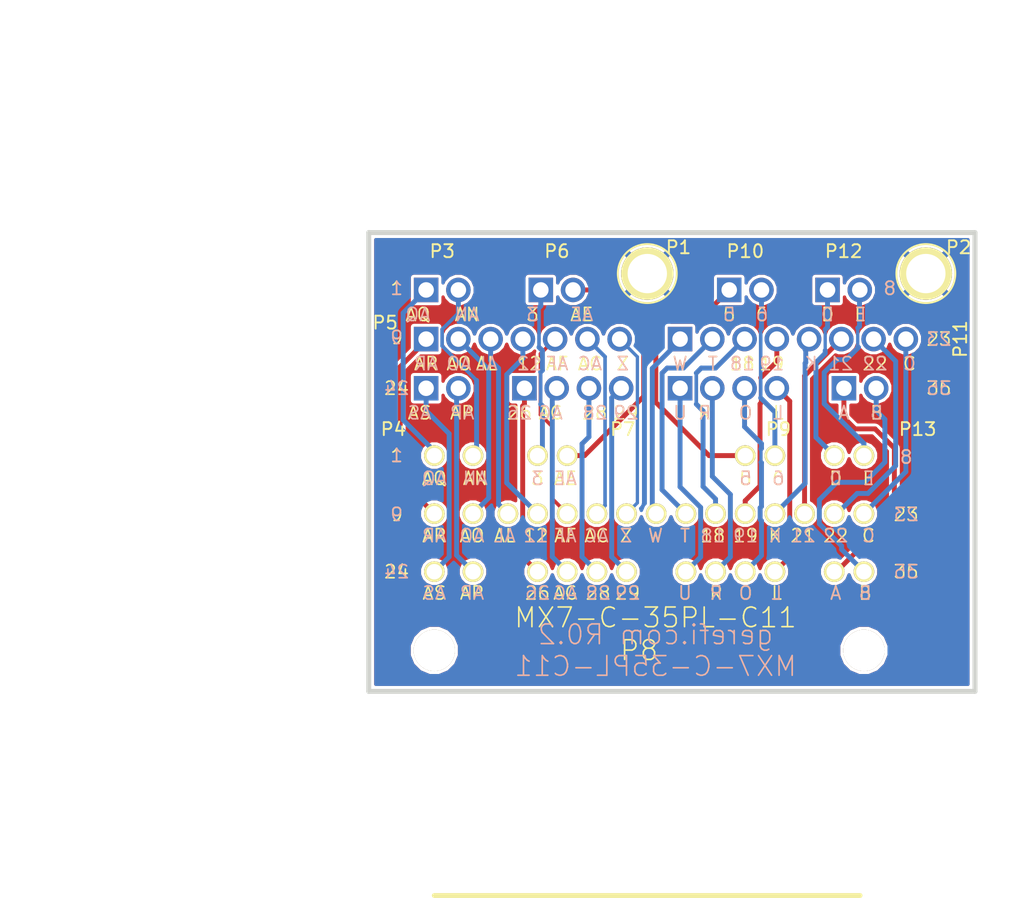
<source format=kicad_pcb>
(kicad_pcb (version 4) (host pcbnew 4.0.5)

  (general
    (links 36)
    (no_connects 0)
    (area 126.809499 163.639499 174.180501 199.580501)
    (thickness 1.6)
    (drawings 171)
    (tracks 188)
    (zones 0)
    (modules 13)
    (nets 37)
  )

  (page A portrait)
  (title_block
    (title "MX7-C-35PL-C11 Connector breakout")
    (date 2017-03-30)
    (rev R0.2)
    (company gerefi)
  )

  (layers
    (0 F.Cu signal)
    (31 B.Cu signal)
    (33 F.Adhes user)
    (34 B.Paste user)
    (35 F.Paste user)
    (36 B.SilkS user)
    (37 F.SilkS user)
    (38 B.Mask user)
    (39 F.Mask user)
    (40 Dwgs.User user)
    (41 Cmts.User user)
    (42 Eco1.User user)
    (43 Eco2.User user)
    (44 Edge.Cuts user)
    (45 Margin user hide)
    (47 F.CrtYd user hide)
    (49 F.Fab user hide)
  )

  (setup
    (last_trace_width 0.254)
    (user_trace_width 0.2794)
    (user_trace_width 0.3048)
    (user_trace_width 0.381)
    (trace_clearance 0.1524)
    (zone_clearance 0.2286)
    (zone_45_only no)
    (trace_min 0.1524)
    (segment_width 0.381)
    (edge_width 0.381)
    (via_size 0.889)
    (via_drill 0.635)
    (via_min_size 0.889)
    (via_min_drill 0.508)
    (uvia_size 0.508)
    (uvia_drill 0.127)
    (uvias_allowed no)
    (uvia_min_size 0.508)
    (uvia_min_drill 0.127)
    (pcb_text_width 0.3048)
    (pcb_text_size 1.524 2.032)
    (mod_edge_width 0.381)
    (mod_text_size 1.524 1.524)
    (mod_text_width 0.3048)
    (pad_size 2.2 2.2)
    (pad_drill 2.2)
    (pad_to_mask_clearance 0.0762)
    (aux_axis_origin 127 199.39)
    (visible_elements 7FFFD66D)
    (pcbplotparams
      (layerselection 0x010f8_80000001)
      (usegerberextensions true)
      (excludeedgelayer true)
      (linewidth 0.150000)
      (plotframeref false)
      (viasonmask false)
      (mode 1)
      (useauxorigin false)
      (hpglpennumber 1)
      (hpglpenspeed 20)
      (hpglpendiameter 15)
      (hpglpenoverlay 2)
      (psnegative false)
      (psa4output false)
      (plotreference false)
      (plotvalue false)
      (plotinvisibletext false)
      (padsonsilk false)
      (subtractmaskfromsilk false)
      (outputformat 1)
      (mirror false)
      (drillshape 0)
      (scaleselection 1)
      (outputdirectory MX7-C-35PL-C11-gerber/))
  )

  (net 0 "")
  (net 1 GND)
  (net 2 /AQ)
  (net 3 /AN)
  (net 4 /AS)
  (net 5 /AP)
  (net 6 /AR)
  (net 7 /AO)
  (net 8 /AL)
  (net 9 /12)
  (net 10 /AF)
  (net 11 /AC)
  (net 12 /Z)
  (net 13 /3)
  (net 14 /AE)
  (net 15 /26)
  (net 16 /AG)
  (net 17 /28)
  (net 18 /29)
  (net 19 /5)
  (net 20 /6)
  (net 21 /D)
  (net 22 /F)
  (net 23 /W)
  (net 24 /T)
  (net 25 /18)
  (net 26 /19)
  (net 27 /K)
  (net 28 /21)
  (net 29 /22)
  (net 30 /C)
  (net 31 /U)
  (net 32 /R)
  (net 33 /O)
  (net 34 /L)
  (net 35 /A)
  (net 36 /B)

  (net_class Default "Это класс цепей по умолчанию."
    (clearance 0.1524)
    (trace_width 0.254)
    (via_dia 0.889)
    (via_drill 0.635)
    (uvia_dia 0.508)
    (uvia_drill 0.127)
    (add_net /12)
    (add_net /18)
    (add_net /19)
    (add_net /21)
    (add_net /22)
    (add_net /26)
    (add_net /28)
    (add_net /29)
    (add_net /3)
    (add_net /5)
    (add_net /6)
    (add_net /A)
    (add_net /AC)
    (add_net /AE)
    (add_net /AF)
    (add_net /AG)
    (add_net /AL)
    (add_net /AN)
    (add_net /AO)
    (add_net /AP)
    (add_net /AQ)
    (add_net /AR)
    (add_net /AS)
    (add_net /B)
    (add_net /C)
    (add_net /D)
    (add_net /F)
    (add_net /K)
    (add_net /L)
    (add_net /O)
    (add_net /R)
    (add_net /T)
    (add_net /U)
    (add_net /W)
    (add_net /Z)
    (add_net GND)
  )

  (module Molex_NanoFit_1x04x2.50mm_Straight (layer F.Cu) (tedit 58DDA416) (tstamp 5831D0AE)
    (at 139.065 175.895)
    (descr "Molex Nano Fit, single row, top entry, through hole, Datasheet:http://www.molex.com/pdm_docs/sd/1053091203_sd.pdf")
    (tags "connector molex nano-fit 105309-xx08")
    (path /58324C2C)
    (fp_text reference P7 (at 7.62 3.175) (layer F.SilkS)
      (effects (font (size 1 1) (thickness 0.15)))
    )
    (fp_text value CONN_01X04 (at 3.75 -4.5) (layer F.Fab) hide
      (effects (font (size 1 1) (thickness 0.15)))
    )
    (fp_line (start -1.72 -1.74) (end -1.72 1.74) (layer F.Fab) (width 0.05))
    (fp_line (start -1.72 1.74) (end 9.22 1.74) (layer F.Fab) (width 0.05))
    (fp_line (start 9.22 1.74) (end 9.22 -1.74) (layer F.Fab) (width 0.05))
    (fp_line (start 9.22 -1.74) (end -1.72 -1.74) (layer F.Fab) (width 0.05))
    (fp_line (start -2.2 -2.2) (end -2.2 2.2) (layer F.CrtYd) (width 0.05))
    (fp_line (start -2.2 2.2) (end 0.6 2.2) (layer F.CrtYd) (width 0.05))
    (fp_line (start 0.6 2.2) (end 0.6 5.05) (layer F.CrtYd) (width 0.05))
    (fp_line (start 0.6 5.05) (end 6.8 5.05) (layer F.CrtYd) (width 0.05))
    (fp_line (start 6.8 5.05) (end 6.8 2.2) (layer F.CrtYd) (width 0.05))
    (fp_line (start 6.8 2.2) (end 9.7 2.2) (layer F.CrtYd) (width 0.05))
    (fp_line (start 9.7 2.2) (end 9.7 -2.2) (layer F.CrtYd) (width 0.05))
    (fp_line (start 9.7 -2.2) (end -2.2 -2.2) (layer F.CrtYd) (width 0.05))
    (fp_line (start -1.1875 -1.1875) (end -1.1875 1.1875) (layer F.Fab) (width 0.05))
    (fp_line (start -1.1875 1.1875) (end 1.1875 1.1875) (layer F.Fab) (width 0.05))
    (fp_line (start 1.1875 1.1875) (end 1.1875 -1.1875) (layer F.Fab) (width 0.05))
    (fp_line (start 1.1875 -1.1875) (end -1.1875 -1.1875) (layer F.Fab) (width 0.05))
    (fp_line (start 1.3125 -1.1875) (end 1.3125 1.1875) (layer F.Fab) (width 0.05))
    (fp_line (start 1.3125 1.1875) (end 3.6875 1.1875) (layer F.Fab) (width 0.05))
    (fp_line (start 3.6875 1.1875) (end 3.6875 -1.1875) (layer F.Fab) (width 0.05))
    (fp_line (start 3.6875 -1.1875) (end 1.3125 -1.1875) (layer F.Fab) (width 0.05))
    (fp_line (start 3.8125 -1.1875) (end 3.8125 1.1875) (layer F.Fab) (width 0.05))
    (fp_line (start 3.8125 1.1875) (end 6.1875 1.1875) (layer F.Fab) (width 0.05))
    (fp_line (start 6.1875 1.1875) (end 6.1875 -1.1875) (layer F.Fab) (width 0.05))
    (fp_line (start 6.1875 -1.1875) (end 3.8125 -1.1875) (layer F.Fab) (width 0.05))
    (fp_line (start 6.3125 -1.1875) (end 6.3125 1.1875) (layer F.Fab) (width 0.05))
    (fp_line (start 6.3125 1.1875) (end 8.6875 1.1875) (layer F.Fab) (width 0.05))
    (fp_line (start 8.6875 1.1875) (end 8.6875 -1.1875) (layer F.Fab) (width 0.05))
    (fp_line (start 8.6875 -1.1875) (end 6.3125 -1.1875) (layer F.Fab) (width 0.05))
    (pad 1 thru_hole rect (at 0 0) (size 1.9 1.9) (drill 1.2) (layers *.Cu *.Mask)
      (net 15 /26))
    (pad 2 thru_hole circle (at 2.5 0) (size 1.9 1.9) (drill 1.2) (layers *.Cu *.Mask)
      (net 16 /AG))
    (pad 3 thru_hole circle (at 5 0) (size 1.9 1.9) (drill 1.2) (layers *.Cu *.Mask)
      (net 17 /28))
    (pad 4 thru_hole circle (at 7.5 0) (size 1.9 1.9) (drill 1.2) (layers *.Cu *.Mask)
      (net 18 /29))
    (model Connectors_Molex.3dshapes/Molex_NanoFit_1x04x2.50mm_Straight.wrl
      (at (xyz 0 0 0))
      (scale (xyz 1 1 1))
      (rotate (xyz 0 0 0))
    )
  )

  (module Molex_NanoFit_1x04x2.50mm_Straight (layer F.Cu) (tedit 58DDA40C) (tstamp 5831D10C)
    (at 151.13 175.895)
    (descr "Molex Nano Fit, single row, top entry, through hole, Datasheet:http://www.molex.com/pdm_docs/sd/1053091203_sd.pdf")
    (tags "connector molex nano-fit 105309-xx08")
    (path /583255DA)
    (fp_text reference P9 (at 7.62 3.175) (layer F.SilkS)
      (effects (font (size 1 1) (thickness 0.15)))
    )
    (fp_text value CONN_01X04 (at 3.75 -4.5) (layer F.Fab) hide
      (effects (font (size 1 1) (thickness 0.15)))
    )
    (fp_line (start -1.72 -1.74) (end -1.72 1.74) (layer F.Fab) (width 0.05))
    (fp_line (start -1.72 1.74) (end 9.22 1.74) (layer F.Fab) (width 0.05))
    (fp_line (start 9.22 1.74) (end 9.22 -1.74) (layer F.Fab) (width 0.05))
    (fp_line (start 9.22 -1.74) (end -1.72 -1.74) (layer F.Fab) (width 0.05))
    (fp_line (start -2.2 -2.2) (end -2.2 2.2) (layer F.CrtYd) (width 0.05))
    (fp_line (start -2.2 2.2) (end 0.6 2.2) (layer F.CrtYd) (width 0.05))
    (fp_line (start 0.6 2.2) (end 0.6 5.05) (layer F.CrtYd) (width 0.05))
    (fp_line (start 0.6 5.05) (end 6.8 5.05) (layer F.CrtYd) (width 0.05))
    (fp_line (start 6.8 5.05) (end 6.8 2.2) (layer F.CrtYd) (width 0.05))
    (fp_line (start 6.8 2.2) (end 9.7 2.2) (layer F.CrtYd) (width 0.05))
    (fp_line (start 9.7 2.2) (end 9.7 -2.2) (layer F.CrtYd) (width 0.05))
    (fp_line (start 9.7 -2.2) (end -2.2 -2.2) (layer F.CrtYd) (width 0.05))
    (fp_line (start -1.1875 -1.1875) (end -1.1875 1.1875) (layer F.Fab) (width 0.05))
    (fp_line (start -1.1875 1.1875) (end 1.1875 1.1875) (layer F.Fab) (width 0.05))
    (fp_line (start 1.1875 1.1875) (end 1.1875 -1.1875) (layer F.Fab) (width 0.05))
    (fp_line (start 1.1875 -1.1875) (end -1.1875 -1.1875) (layer F.Fab) (width 0.05))
    (fp_line (start 1.3125 -1.1875) (end 1.3125 1.1875) (layer F.Fab) (width 0.05))
    (fp_line (start 1.3125 1.1875) (end 3.6875 1.1875) (layer F.Fab) (width 0.05))
    (fp_line (start 3.6875 1.1875) (end 3.6875 -1.1875) (layer F.Fab) (width 0.05))
    (fp_line (start 3.6875 -1.1875) (end 1.3125 -1.1875) (layer F.Fab) (width 0.05))
    (fp_line (start 3.8125 -1.1875) (end 3.8125 1.1875) (layer F.Fab) (width 0.05))
    (fp_line (start 3.8125 1.1875) (end 6.1875 1.1875) (layer F.Fab) (width 0.05))
    (fp_line (start 6.1875 1.1875) (end 6.1875 -1.1875) (layer F.Fab) (width 0.05))
    (fp_line (start 6.1875 -1.1875) (end 3.8125 -1.1875) (layer F.Fab) (width 0.05))
    (fp_line (start 6.3125 -1.1875) (end 6.3125 1.1875) (layer F.Fab) (width 0.05))
    (fp_line (start 6.3125 1.1875) (end 8.6875 1.1875) (layer F.Fab) (width 0.05))
    (fp_line (start 8.6875 1.1875) (end 8.6875 -1.1875) (layer F.Fab) (width 0.05))
    (fp_line (start 8.6875 -1.1875) (end 6.3125 -1.1875) (layer F.Fab) (width 0.05))
    (pad 1 thru_hole rect (at 0 0) (size 1.9 1.9) (drill 1.2) (layers *.Cu *.Mask)
      (net 31 /U))
    (pad 2 thru_hole circle (at 2.5 0) (size 1.9 1.9) (drill 1.2) (layers *.Cu *.Mask)
      (net 32 /R))
    (pad 3 thru_hole circle (at 5 0) (size 1.9 1.9) (drill 1.2) (layers *.Cu *.Mask)
      (net 33 /O))
    (pad 4 thru_hole circle (at 7.5 0) (size 1.9 1.9) (drill 1.2) (layers *.Cu *.Mask)
      (net 34 /L))
    (model Connectors_Molex.3dshapes/Molex_NanoFit_1x04x2.50mm_Straight.wrl
      (at (xyz 0 0 0))
      (scale (xyz 1 1 1))
      (rotate (xyz 0 0 0))
    )
  )

  (module Molex_NanoFit_1x02x2.50mm_Straight (layer F.Cu) (tedit 58DDA3F3) (tstamp 5831D1E1)
    (at 163.83 175.895)
    (descr "Molex Nano Fit, single row, top entry, through hole, Datasheet:http://www.molex.com/pdm_docs/sd/1053091203_sd.pdf")
    (tags "connector molex nano-fit 105309-xx04")
    (path /5832215E)
    (fp_text reference P13 (at 5.715 3.175) (layer F.SilkS)
      (effects (font (size 1 1) (thickness 0.15)))
    )
    (fp_text value CONN_01X02 (at 1.25 -4.5) (layer F.Fab) hide
      (effects (font (size 1 1) (thickness 0.15)))
    )
    (fp_line (start -1.72 -1.74) (end -1.72 1.74) (layer F.Fab) (width 0.05))
    (fp_line (start -1.72 1.74) (end 4.22 1.74) (layer F.Fab) (width 0.05))
    (fp_line (start 4.22 1.74) (end 4.22 -1.74) (layer F.Fab) (width 0.05))
    (fp_line (start 4.22 -1.74) (end -1.72 -1.74) (layer F.Fab) (width 0.05))
    (fp_line (start -2.2 -2.2) (end -2.2 2.2) (layer F.CrtYd) (width 0.05))
    (fp_line (start -2.2 2.2) (end -1.85 2.2) (layer F.CrtYd) (width 0.05))
    (fp_line (start -1.85 2.2) (end -1.85 5.05) (layer F.CrtYd) (width 0.05))
    (fp_line (start -1.85 5.05) (end 4.3 5.05) (layer F.CrtYd) (width 0.05))
    (fp_line (start 4.3 5.05) (end 4.3 2.2) (layer F.CrtYd) (width 0.05))
    (fp_line (start 4.3 2.2) (end 4.7 2.2) (layer F.CrtYd) (width 0.05))
    (fp_line (start 4.7 2.2) (end 4.7 -2.2) (layer F.CrtYd) (width 0.05))
    (fp_line (start 4.7 -2.2) (end -2.2 -2.2) (layer F.CrtYd) (width 0.05))
    (fp_line (start -1.1875 -1.1875) (end -1.1875 1.1875) (layer F.Fab) (width 0.05))
    (fp_line (start -1.1875 1.1875) (end 1.1875 1.1875) (layer F.Fab) (width 0.05))
    (fp_line (start 1.1875 1.1875) (end 1.1875 -1.1875) (layer F.Fab) (width 0.05))
    (fp_line (start 1.1875 -1.1875) (end -1.1875 -1.1875) (layer F.Fab) (width 0.05))
    (fp_line (start 1.3125 -1.1875) (end 1.3125 1.1875) (layer F.Fab) (width 0.05))
    (fp_line (start 1.3125 1.1875) (end 3.6875 1.1875) (layer F.Fab) (width 0.05))
    (fp_line (start 3.6875 1.1875) (end 3.6875 -1.1875) (layer F.Fab) (width 0.05))
    (fp_line (start 3.6875 -1.1875) (end 1.3125 -1.1875) (layer F.Fab) (width 0.05))
    (pad 1 thru_hole rect (at 0 0) (size 1.9 1.9) (drill 1.2) (layers *.Cu *.Mask)
      (net 35 /A))
    (pad 2 thru_hole circle (at 2.5 0) (size 1.9 1.9) (drill 1.2) (layers *.Cu *.Mask)
      (net 36 /B))
    (model Connectors_Molex.3dshapes/Molex_NanoFit_1x02x2.50mm_Straight.wrl
      (at (xyz 0 0 0))
      (scale (xyz 1 1 1))
      (rotate (xyz 0 0 0))
    )
  )

  (module Molex_NanoFit_1x02x2.50mm_Straight (layer F.Cu) (tedit 58DDA3CC) (tstamp 5831D014)
    (at 131.445 175.895)
    (descr "Molex Nano Fit, single row, top entry, through hole, Datasheet:http://www.molex.com/pdm_docs/sd/1053091203_sd.pdf")
    (tags "connector molex nano-fit 105309-xx04")
    (path /5832208E)
    (fp_text reference P4 (at -2.54 3.175) (layer F.SilkS)
      (effects (font (size 1 1) (thickness 0.15)))
    )
    (fp_text value CONN_01X02 (at 1.25 -4.5) (layer F.Fab) hide
      (effects (font (size 1 1) (thickness 0.15)))
    )
    (fp_line (start -1.72 -1.74) (end -1.72 1.74) (layer F.Fab) (width 0.05))
    (fp_line (start -1.72 1.74) (end 4.22 1.74) (layer F.Fab) (width 0.05))
    (fp_line (start 4.22 1.74) (end 4.22 -1.74) (layer F.Fab) (width 0.05))
    (fp_line (start 4.22 -1.74) (end -1.72 -1.74) (layer F.Fab) (width 0.05))
    (fp_line (start -2.2 -2.2) (end -2.2 2.2) (layer F.CrtYd) (width 0.05))
    (fp_line (start -2.2 2.2) (end -1.85 2.2) (layer F.CrtYd) (width 0.05))
    (fp_line (start -1.85 2.2) (end -1.85 5.05) (layer F.CrtYd) (width 0.05))
    (fp_line (start -1.85 5.05) (end 4.3 5.05) (layer F.CrtYd) (width 0.05))
    (fp_line (start 4.3 5.05) (end 4.3 2.2) (layer F.CrtYd) (width 0.05))
    (fp_line (start 4.3 2.2) (end 4.7 2.2) (layer F.CrtYd) (width 0.05))
    (fp_line (start 4.7 2.2) (end 4.7 -2.2) (layer F.CrtYd) (width 0.05))
    (fp_line (start 4.7 -2.2) (end -2.2 -2.2) (layer F.CrtYd) (width 0.05))
    (fp_line (start -1.1875 -1.1875) (end -1.1875 1.1875) (layer F.Fab) (width 0.05))
    (fp_line (start -1.1875 1.1875) (end 1.1875 1.1875) (layer F.Fab) (width 0.05))
    (fp_line (start 1.1875 1.1875) (end 1.1875 -1.1875) (layer F.Fab) (width 0.05))
    (fp_line (start 1.1875 -1.1875) (end -1.1875 -1.1875) (layer F.Fab) (width 0.05))
    (fp_line (start 1.3125 -1.1875) (end 1.3125 1.1875) (layer F.Fab) (width 0.05))
    (fp_line (start 1.3125 1.1875) (end 3.6875 1.1875) (layer F.Fab) (width 0.05))
    (fp_line (start 3.6875 1.1875) (end 3.6875 -1.1875) (layer F.Fab) (width 0.05))
    (fp_line (start 3.6875 -1.1875) (end 1.3125 -1.1875) (layer F.Fab) (width 0.05))
    (pad 1 thru_hole rect (at 0 0) (size 1.9 1.9) (drill 1.2) (layers *.Cu *.Mask)
      (net 4 /AS))
    (pad 2 thru_hole circle (at 2.5 0) (size 1.9 1.9) (drill 1.2) (layers *.Cu *.Mask)
      (net 5 /AP))
    (model Connectors_Molex.3dshapes/Molex_NanoFit_1x02x2.50mm_Straight.wrl
      (at (xyz 0 0 0))
      (scale (xyz 1 1 1))
      (rotate (xyz 0 0 0))
    )
  )

  (module Molex_NanoFit_1x07x2.50mm_Straight (layer F.Cu) (tedit 58DDA3B3) (tstamp 5831D03F)
    (at 131.445 172.085)
    (descr "Molex Nano Fit, single row, top entry, through hole, Datasheet:http://www.molex.com/pdm_docs/sd/1053091203_sd.pdf")
    (tags "connector molex nano-fit 105309-xx14")
    (path /5832438A)
    (fp_text reference P5 (at -3.175 -1.27) (layer F.SilkS)
      (effects (font (size 1 1) (thickness 0.15)))
    )
    (fp_text value CONN_01X07 (at 7.5 -4.5) (layer F.Fab) hide
      (effects (font (size 1 1) (thickness 0.15)))
    )
    (fp_line (start -1.72 -1.74) (end -1.72 1.74) (layer F.Fab) (width 0.05))
    (fp_line (start -1.72 1.74) (end 16.72 1.74) (layer F.Fab) (width 0.05))
    (fp_line (start 16.72 1.74) (end 16.72 -1.74) (layer F.Fab) (width 0.05))
    (fp_line (start 16.72 -1.74) (end -1.72 -1.74) (layer F.Fab) (width 0.05))
    (fp_line (start -2.2 -2.2) (end -2.2 2.2) (layer F.CrtYd) (width 0.05))
    (fp_line (start -2.2 2.2) (end 4.4 2.2) (layer F.CrtYd) (width 0.05))
    (fp_line (start 4.4 2.2) (end 4.4 5.05) (layer F.CrtYd) (width 0.05))
    (fp_line (start 4.4 5.05) (end 10.55 5.05) (layer F.CrtYd) (width 0.05))
    (fp_line (start 10.55 5.05) (end 10.55 2.2) (layer F.CrtYd) (width 0.05))
    (fp_line (start 10.55 2.2) (end 17.2 2.2) (layer F.CrtYd) (width 0.05))
    (fp_line (start 17.2 2.2) (end 17.2 -2.2) (layer F.CrtYd) (width 0.05))
    (fp_line (start 17.2 -2.2) (end -2.2 -2.2) (layer F.CrtYd) (width 0.05))
    (fp_line (start -1.1875 -1.1875) (end -1.1875 1.1875) (layer F.Fab) (width 0.05))
    (fp_line (start -1.1875 1.1875) (end 1.1875 1.1875) (layer F.Fab) (width 0.05))
    (fp_line (start 1.1875 1.1875) (end 1.1875 -1.1875) (layer F.Fab) (width 0.05))
    (fp_line (start 1.1875 -1.1875) (end -1.1875 -1.1875) (layer F.Fab) (width 0.05))
    (fp_line (start 1.3125 -1.1875) (end 1.3125 1.1875) (layer F.Fab) (width 0.05))
    (fp_line (start 1.3125 1.1875) (end 3.6875 1.1875) (layer F.Fab) (width 0.05))
    (fp_line (start 3.6875 1.1875) (end 3.6875 -1.1875) (layer F.Fab) (width 0.05))
    (fp_line (start 3.6875 -1.1875) (end 1.3125 -1.1875) (layer F.Fab) (width 0.05))
    (fp_line (start 3.8125 -1.1875) (end 3.8125 1.1875) (layer F.Fab) (width 0.05))
    (fp_line (start 3.8125 1.1875) (end 6.1875 1.1875) (layer F.Fab) (width 0.05))
    (fp_line (start 6.1875 1.1875) (end 6.1875 -1.1875) (layer F.Fab) (width 0.05))
    (fp_line (start 6.1875 -1.1875) (end 3.8125 -1.1875) (layer F.Fab) (width 0.05))
    (fp_line (start 6.3125 -1.1875) (end 6.3125 1.1875) (layer F.Fab) (width 0.05))
    (fp_line (start 6.3125 1.1875) (end 8.6875 1.1875) (layer F.Fab) (width 0.05))
    (fp_line (start 8.6875 1.1875) (end 8.6875 -1.1875) (layer F.Fab) (width 0.05))
    (fp_line (start 8.6875 -1.1875) (end 6.3125 -1.1875) (layer F.Fab) (width 0.05))
    (fp_line (start 8.8125 -1.1875) (end 8.8125 1.1875) (layer F.Fab) (width 0.05))
    (fp_line (start 8.8125 1.1875) (end 11.1875 1.1875) (layer F.Fab) (width 0.05))
    (fp_line (start 11.1875 1.1875) (end 11.1875 -1.1875) (layer F.Fab) (width 0.05))
    (fp_line (start 11.1875 -1.1875) (end 8.8125 -1.1875) (layer F.Fab) (width 0.05))
    (fp_line (start 11.3125 -1.1875) (end 11.3125 1.1875) (layer F.Fab) (width 0.05))
    (fp_line (start 11.3125 1.1875) (end 13.6875 1.1875) (layer F.Fab) (width 0.05))
    (fp_line (start 13.6875 1.1875) (end 13.6875 -1.1875) (layer F.Fab) (width 0.05))
    (fp_line (start 13.6875 -1.1875) (end 11.3125 -1.1875) (layer F.Fab) (width 0.05))
    (fp_line (start 13.8125 -1.1875) (end 13.8125 1.1875) (layer F.Fab) (width 0.05))
    (fp_line (start 13.8125 1.1875) (end 16.1875 1.1875) (layer F.Fab) (width 0.05))
    (fp_line (start 16.1875 1.1875) (end 16.1875 -1.1875) (layer F.Fab) (width 0.05))
    (fp_line (start 16.1875 -1.1875) (end 13.8125 -1.1875) (layer F.Fab) (width 0.05))
    (pad 1 thru_hole rect (at 0 0) (size 1.9 1.9) (drill 1.2) (layers *.Cu *.Mask)
      (net 6 /AR))
    (pad 2 thru_hole circle (at 2.5 0) (size 1.9 1.9) (drill 1.2) (layers *.Cu *.Mask)
      (net 7 /AO))
    (pad 3 thru_hole circle (at 5 0) (size 1.9 1.9) (drill 1.2) (layers *.Cu *.Mask)
      (net 8 /AL))
    (pad 4 thru_hole circle (at 7.5 0) (size 1.9 1.9) (drill 1.2) (layers *.Cu *.Mask)
      (net 9 /12))
    (pad 5 thru_hole circle (at 10 0) (size 1.9 1.9) (drill 1.2) (layers *.Cu *.Mask)
      (net 10 /AF))
    (pad 6 thru_hole circle (at 12.5 0) (size 1.9 1.9) (drill 1.2) (layers *.Cu *.Mask)
      (net 11 /AC))
    (pad 7 thru_hole circle (at 15 0) (size 1.9 1.9) (drill 1.2) (layers *.Cu *.Mask)
      (net 12 /Z))
    (model Connectors_Molex.3dshapes/Molex_NanoFit_1x07x2.50mm_Straight.wrl
      (at (xyz 0 0 0))
      (scale (xyz 1 1 1))
      (rotate (xyz 0 0 0))
    )
  )

  (module Molex_NanoFit_1x08x2.50mm_Straight (layer F.Cu) (tedit 58DFAB1F) (tstamp 5831D16D)
    (at 151.13 172.085)
    (descr "Molex Nano Fit, single row, top entry, through hole, Datasheet:http://www.molex.com/pdm_docs/sd/1053091203_sd.pdf")
    (tags "connector molex nano-fit 105309-xx16")
    (path /57F1CB2B)
    (fp_text reference P11 (at 21.717 0 90) (layer F.SilkS)
      (effects (font (size 1 1) (thickness 0.15)))
    )
    (fp_text value CONN_01X08 (at 8.75 -4.5) (layer F.Fab) hide
      (effects (font (size 1 1) (thickness 0.15)))
    )
    (fp_line (start -1.72 -1.74) (end -1.72 1.74) (layer F.Fab) (width 0.05))
    (fp_line (start -1.72 1.74) (end 19.22 1.74) (layer F.Fab) (width 0.05))
    (fp_line (start 19.22 1.74) (end 19.22 -1.74) (layer F.Fab) (width 0.05))
    (fp_line (start 19.22 -1.74) (end -1.72 -1.74) (layer F.Fab) (width 0.05))
    (fp_line (start -2.2 -2.2) (end -2.2 2.2) (layer F.CrtYd) (width 0.05))
    (fp_line (start -2.2 2.2) (end 5.65 2.2) (layer F.CrtYd) (width 0.05))
    (fp_line (start 5.65 2.2) (end 5.65 5.05) (layer F.CrtYd) (width 0.05))
    (fp_line (start 5.65 5.05) (end 11.8 5.05) (layer F.CrtYd) (width 0.05))
    (fp_line (start 11.8 5.05) (end 11.8 2.2) (layer F.CrtYd) (width 0.05))
    (fp_line (start 11.8 2.2) (end 19.7 2.2) (layer F.CrtYd) (width 0.05))
    (fp_line (start 19.7 2.2) (end 19.7 -2.2) (layer F.CrtYd) (width 0.05))
    (fp_line (start 19.7 -2.2) (end -2.2 -2.2) (layer F.CrtYd) (width 0.05))
    (fp_line (start -1.1875 -1.1875) (end -1.1875 1.1875) (layer F.Fab) (width 0.05))
    (fp_line (start -1.1875 1.1875) (end 1.1875 1.1875) (layer F.Fab) (width 0.05))
    (fp_line (start 1.1875 1.1875) (end 1.1875 -1.1875) (layer F.Fab) (width 0.05))
    (fp_line (start 1.1875 -1.1875) (end -1.1875 -1.1875) (layer F.Fab) (width 0.05))
    (fp_line (start 1.3125 -1.1875) (end 1.3125 1.1875) (layer F.Fab) (width 0.05))
    (fp_line (start 1.3125 1.1875) (end 3.6875 1.1875) (layer F.Fab) (width 0.05))
    (fp_line (start 3.6875 1.1875) (end 3.6875 -1.1875) (layer F.Fab) (width 0.05))
    (fp_line (start 3.6875 -1.1875) (end 1.3125 -1.1875) (layer F.Fab) (width 0.05))
    (fp_line (start 3.8125 -1.1875) (end 3.8125 1.1875) (layer F.Fab) (width 0.05))
    (fp_line (start 3.8125 1.1875) (end 6.1875 1.1875) (layer F.Fab) (width 0.05))
    (fp_line (start 6.1875 1.1875) (end 6.1875 -1.1875) (layer F.Fab) (width 0.05))
    (fp_line (start 6.1875 -1.1875) (end 3.8125 -1.1875) (layer F.Fab) (width 0.05))
    (fp_line (start 6.3125 -1.1875) (end 6.3125 1.1875) (layer F.Fab) (width 0.05))
    (fp_line (start 6.3125 1.1875) (end 8.6875 1.1875) (layer F.Fab) (width 0.05))
    (fp_line (start 8.6875 1.1875) (end 8.6875 -1.1875) (layer F.Fab) (width 0.05))
    (fp_line (start 8.6875 -1.1875) (end 6.3125 -1.1875) (layer F.Fab) (width 0.05))
    (fp_line (start 8.8125 -1.1875) (end 8.8125 1.1875) (layer F.Fab) (width 0.05))
    (fp_line (start 8.8125 1.1875) (end 11.1875 1.1875) (layer F.Fab) (width 0.05))
    (fp_line (start 11.1875 1.1875) (end 11.1875 -1.1875) (layer F.Fab) (width 0.05))
    (fp_line (start 11.1875 -1.1875) (end 8.8125 -1.1875) (layer F.Fab) (width 0.05))
    (fp_line (start 11.3125 -1.1875) (end 11.3125 1.1875) (layer F.Fab) (width 0.05))
    (fp_line (start 11.3125 1.1875) (end 13.6875 1.1875) (layer F.Fab) (width 0.05))
    (fp_line (start 13.6875 1.1875) (end 13.6875 -1.1875) (layer F.Fab) (width 0.05))
    (fp_line (start 13.6875 -1.1875) (end 11.3125 -1.1875) (layer F.Fab) (width 0.05))
    (fp_line (start 13.8125 -1.1875) (end 13.8125 1.1875) (layer F.Fab) (width 0.05))
    (fp_line (start 13.8125 1.1875) (end 16.1875 1.1875) (layer F.Fab) (width 0.05))
    (fp_line (start 16.1875 1.1875) (end 16.1875 -1.1875) (layer F.Fab) (width 0.05))
    (fp_line (start 16.1875 -1.1875) (end 13.8125 -1.1875) (layer F.Fab) (width 0.05))
    (fp_line (start 16.3125 -1.1875) (end 16.3125 1.1875) (layer F.Fab) (width 0.05))
    (fp_line (start 16.3125 1.1875) (end 18.6875 1.1875) (layer F.Fab) (width 0.05))
    (fp_line (start 18.6875 1.1875) (end 18.6875 -1.1875) (layer F.Fab) (width 0.05))
    (fp_line (start 18.6875 -1.1875) (end 16.3125 -1.1875) (layer F.Fab) (width 0.05))
    (pad 1 thru_hole rect (at 0 0) (size 1.9 1.9) (drill 1.2) (layers *.Cu *.Mask)
      (net 23 /W))
    (pad 2 thru_hole circle (at 2.5 0) (size 1.9 1.9) (drill 1.2) (layers *.Cu *.Mask)
      (net 24 /T))
    (pad 3 thru_hole circle (at 5 0) (size 1.9 1.9) (drill 1.2) (layers *.Cu *.Mask)
      (net 25 /18))
    (pad 4 thru_hole circle (at 7.5 0) (size 1.9 1.9) (drill 1.2) (layers *.Cu *.Mask)
      (net 26 /19))
    (pad 5 thru_hole circle (at 10 0) (size 1.9 1.9) (drill 1.2) (layers *.Cu *.Mask)
      (net 27 /K))
    (pad 6 thru_hole circle (at 12.5 0) (size 1.9 1.9) (drill 1.2) (layers *.Cu *.Mask)
      (net 28 /21))
    (pad 7 thru_hole circle (at 15 0) (size 1.9 1.9) (drill 1.2) (layers *.Cu *.Mask)
      (net 29 /22))
    (pad 8 thru_hole circle (at 17.5 0) (size 1.9 1.9) (drill 1.2) (layers *.Cu *.Mask)
      (net 30 /C))
    (model Connectors_Molex.3dshapes/Molex_NanoFit_1x08x2.50mm_Straight.wrl
      (at (xyz 0 0 0))
      (scale (xyz 1 1 1))
      (rotate (xyz 0 0 0))
    )
  )

  (module Molex_NanoFit_1x02x2.50mm_Straight (layer F.Cu) (tedit 58DDA39B) (tstamp 5831D1B6)
    (at 162.56 168.275)
    (descr "Molex Nano Fit, single row, top entry, through hole, Datasheet:http://www.molex.com/pdm_docs/sd/1053091203_sd.pdf")
    (tags "connector molex nano-fit 105309-xx04")
    (path /58322012)
    (fp_text reference P12 (at 1.25 -3) (layer F.SilkS)
      (effects (font (size 1 1) (thickness 0.15)))
    )
    (fp_text value CONN_01X02 (at 1.25 -4.5) (layer F.Fab) hide
      (effects (font (size 1 1) (thickness 0.15)))
    )
    (fp_line (start -1.72 -1.74) (end -1.72 1.74) (layer F.Fab) (width 0.05))
    (fp_line (start -1.72 1.74) (end 4.22 1.74) (layer F.Fab) (width 0.05))
    (fp_line (start 4.22 1.74) (end 4.22 -1.74) (layer F.Fab) (width 0.05))
    (fp_line (start 4.22 -1.74) (end -1.72 -1.74) (layer F.Fab) (width 0.05))
    (fp_line (start -2.2 -2.2) (end -2.2 2.2) (layer F.CrtYd) (width 0.05))
    (fp_line (start -2.2 2.2) (end -1.85 2.2) (layer F.CrtYd) (width 0.05))
    (fp_line (start -1.85 2.2) (end -1.85 5.05) (layer F.CrtYd) (width 0.05))
    (fp_line (start -1.85 5.05) (end 4.3 5.05) (layer F.CrtYd) (width 0.05))
    (fp_line (start 4.3 5.05) (end 4.3 2.2) (layer F.CrtYd) (width 0.05))
    (fp_line (start 4.3 2.2) (end 4.7 2.2) (layer F.CrtYd) (width 0.05))
    (fp_line (start 4.7 2.2) (end 4.7 -2.2) (layer F.CrtYd) (width 0.05))
    (fp_line (start 4.7 -2.2) (end -2.2 -2.2) (layer F.CrtYd) (width 0.05))
    (fp_line (start -1.1875 -1.1875) (end -1.1875 1.1875) (layer F.Fab) (width 0.05))
    (fp_line (start -1.1875 1.1875) (end 1.1875 1.1875) (layer F.Fab) (width 0.05))
    (fp_line (start 1.1875 1.1875) (end 1.1875 -1.1875) (layer F.Fab) (width 0.05))
    (fp_line (start 1.1875 -1.1875) (end -1.1875 -1.1875) (layer F.Fab) (width 0.05))
    (fp_line (start 1.3125 -1.1875) (end 1.3125 1.1875) (layer F.Fab) (width 0.05))
    (fp_line (start 1.3125 1.1875) (end 3.6875 1.1875) (layer F.Fab) (width 0.05))
    (fp_line (start 3.6875 1.1875) (end 3.6875 -1.1875) (layer F.Fab) (width 0.05))
    (fp_line (start 3.6875 -1.1875) (end 1.3125 -1.1875) (layer F.Fab) (width 0.05))
    (pad 1 thru_hole rect (at 0 0) (size 1.9 1.9) (drill 1.2) (layers *.Cu *.Mask)
      (net 21 /D))
    (pad 2 thru_hole circle (at 2.5 0) (size 1.9 1.9) (drill 1.2) (layers *.Cu *.Mask)
      (net 22 /F))
    (model Connectors_Molex.3dshapes/Molex_NanoFit_1x02x2.50mm_Straight.wrl
      (at (xyz 0 0 0))
      (scale (xyz 1 1 1))
      (rotate (xyz 0 0 0))
    )
  )

  (module Molex_NanoFit_1x02x2.50mm_Straight (layer F.Cu) (tedit 58DDA38F) (tstamp 5831D16C)
    (at 154.94 168.275)
    (descr "Molex Nano Fit, single row, top entry, through hole, Datasheet:http://www.molex.com/pdm_docs/sd/1053091203_sd.pdf")
    (tags "connector molex nano-fit 105309-xx04")
    (path /58321FB2)
    (fp_text reference P10 (at 1.25 -3) (layer F.SilkS)
      (effects (font (size 1 1) (thickness 0.15)))
    )
    (fp_text value CONN_01X02 (at 1.25 -4.5) (layer F.Fab) hide
      (effects (font (size 1 1) (thickness 0.15)))
    )
    (fp_line (start -1.72 -1.74) (end -1.72 1.74) (layer F.Fab) (width 0.05))
    (fp_line (start -1.72 1.74) (end 4.22 1.74) (layer F.Fab) (width 0.05))
    (fp_line (start 4.22 1.74) (end 4.22 -1.74) (layer F.Fab) (width 0.05))
    (fp_line (start 4.22 -1.74) (end -1.72 -1.74) (layer F.Fab) (width 0.05))
    (fp_line (start -2.2 -2.2) (end -2.2 2.2) (layer F.CrtYd) (width 0.05))
    (fp_line (start -2.2 2.2) (end -1.85 2.2) (layer F.CrtYd) (width 0.05))
    (fp_line (start -1.85 2.2) (end -1.85 5.05) (layer F.CrtYd) (width 0.05))
    (fp_line (start -1.85 5.05) (end 4.3 5.05) (layer F.CrtYd) (width 0.05))
    (fp_line (start 4.3 5.05) (end 4.3 2.2) (layer F.CrtYd) (width 0.05))
    (fp_line (start 4.3 2.2) (end 4.7 2.2) (layer F.CrtYd) (width 0.05))
    (fp_line (start 4.7 2.2) (end 4.7 -2.2) (layer F.CrtYd) (width 0.05))
    (fp_line (start 4.7 -2.2) (end -2.2 -2.2) (layer F.CrtYd) (width 0.05))
    (fp_line (start -1.1875 -1.1875) (end -1.1875 1.1875) (layer F.Fab) (width 0.05))
    (fp_line (start -1.1875 1.1875) (end 1.1875 1.1875) (layer F.Fab) (width 0.05))
    (fp_line (start 1.1875 1.1875) (end 1.1875 -1.1875) (layer F.Fab) (width 0.05))
    (fp_line (start 1.1875 -1.1875) (end -1.1875 -1.1875) (layer F.Fab) (width 0.05))
    (fp_line (start 1.3125 -1.1875) (end 1.3125 1.1875) (layer F.Fab) (width 0.05))
    (fp_line (start 1.3125 1.1875) (end 3.6875 1.1875) (layer F.Fab) (width 0.05))
    (fp_line (start 3.6875 1.1875) (end 3.6875 -1.1875) (layer F.Fab) (width 0.05))
    (fp_line (start 3.6875 -1.1875) (end 1.3125 -1.1875) (layer F.Fab) (width 0.05))
    (pad 1 thru_hole rect (at 0 0) (size 1.9 1.9) (drill 1.2) (layers *.Cu *.Mask)
      (net 19 /5))
    (pad 2 thru_hole circle (at 2.5 0) (size 1.9 1.9) (drill 1.2) (layers *.Cu *.Mask)
      (net 20 /6))
    (model Connectors_Molex.3dshapes/Molex_NanoFit_1x02x2.50mm_Straight.wrl
      (at (xyz 0 0 0))
      (scale (xyz 1 1 1))
      (rotate (xyz 0 0 0))
    )
  )

  (module Molex_NanoFit_1x02x2.50mm_Straight (layer F.Cu) (tedit 58DDA383) (tstamp 5831D083)
    (at 140.335 168.275)
    (descr "Molex Nano Fit, single row, top entry, through hole, Datasheet:http://www.molex.com/pdm_docs/sd/1053091203_sd.pdf")
    (tags "connector molex nano-fit 105309-xx04")
    (path /58321F53)
    (fp_text reference P6 (at 1.25 -3) (layer F.SilkS)
      (effects (font (size 1 1) (thickness 0.15)))
    )
    (fp_text value CONN_01X02 (at 1.25 -4.5) (layer F.Fab) hide
      (effects (font (size 1 1) (thickness 0.15)))
    )
    (fp_line (start -1.72 -1.74) (end -1.72 1.74) (layer F.Fab) (width 0.05))
    (fp_line (start -1.72 1.74) (end 4.22 1.74) (layer F.Fab) (width 0.05))
    (fp_line (start 4.22 1.74) (end 4.22 -1.74) (layer F.Fab) (width 0.05))
    (fp_line (start 4.22 -1.74) (end -1.72 -1.74) (layer F.Fab) (width 0.05))
    (fp_line (start -2.2 -2.2) (end -2.2 2.2) (layer F.CrtYd) (width 0.05))
    (fp_line (start -2.2 2.2) (end -1.85 2.2) (layer F.CrtYd) (width 0.05))
    (fp_line (start -1.85 2.2) (end -1.85 5.05) (layer F.CrtYd) (width 0.05))
    (fp_line (start 4.3 5.05) (end 4.3 2.2) (layer F.CrtYd) (width 0.05))
    (fp_line (start 4.3 2.2) (end 4.7 2.2) (layer F.CrtYd) (width 0.05))
    (fp_line (start 4.7 2.2) (end 4.7 -2.2) (layer F.CrtYd) (width 0.05))
    (fp_line (start 4.7 -2.2) (end -2.2 -2.2) (layer F.CrtYd) (width 0.05))
    (fp_line (start -1.1875 -1.1875) (end -1.1875 1.1875) (layer F.Fab) (width 0.05))
    (fp_line (start -1.1875 1.1875) (end 1.1875 1.1875) (layer F.Fab) (width 0.05))
    (fp_line (start 1.1875 1.1875) (end 1.1875 -1.1875) (layer F.Fab) (width 0.05))
    (fp_line (start 1.1875 -1.1875) (end -1.1875 -1.1875) (layer F.Fab) (width 0.05))
    (fp_line (start 1.3125 -1.1875) (end 1.3125 1.1875) (layer F.Fab) (width 0.05))
    (fp_line (start 1.3125 1.1875) (end 3.6875 1.1875) (layer F.Fab) (width 0.05))
    (fp_line (start 3.6875 1.1875) (end 3.6875 -1.1875) (layer F.Fab) (width 0.05))
    (fp_line (start 3.6875 -1.1875) (end 1.3125 -1.1875) (layer F.Fab) (width 0.05))
    (pad 1 thru_hole rect (at 0 0) (size 1.9 1.9) (drill 1.2) (layers *.Cu *.Mask)
      (net 13 /3))
    (pad 2 thru_hole circle (at 2.5 0) (size 1.9 1.9) (drill 1.2) (layers *.Cu *.Mask)
      (net 14 /AE))
    (model Connectors_Molex.3dshapes/Molex_NanoFit_1x02x2.50mm_Straight.wrl
      (at (xyz 0 0 0))
      (scale (xyz 1 1 1))
      (rotate (xyz 0 0 0))
    )
  )

  (module Molex_NanoFit_1x02x2.50mm_Straight (layer F.Cu) (tedit 58DDA377) (tstamp 5831CFE9)
    (at 131.445 168.275)
    (descr "Molex Nano Fit, single row, top entry, through hole, Datasheet:http://www.molex.com/pdm_docs/sd/1053091203_sd.pdf")
    (tags "connector molex nano-fit 105309-xx04")
    (path /58320E27)
    (fp_text reference P3 (at 1.25 -3) (layer F.SilkS)
      (effects (font (size 1 1) (thickness 0.15)))
    )
    (fp_text value CONN_01X02 (at 1.25 -4.5) (layer F.Fab) hide
      (effects (font (size 1 1) (thickness 0.15)))
    )
    (fp_line (start -1.72 -1.74) (end -1.72 1.74) (layer F.Fab) (width 0.05))
    (fp_line (start -1.72 1.74) (end 4.22 1.74) (layer F.Fab) (width 0.05))
    (fp_line (start 4.22 1.74) (end 4.22 -1.74) (layer F.Fab) (width 0.05))
    (fp_line (start 4.22 -1.74) (end -1.72 -1.74) (layer F.Fab) (width 0.05))
    (fp_line (start -1.1875 -1.1875) (end -1.1875 1.1875) (layer F.Fab) (width 0.05))
    (fp_line (start -1.1875 1.1875) (end 1.1875 1.1875) (layer F.Fab) (width 0.05))
    (fp_line (start 1.1875 1.1875) (end 1.1875 -1.1875) (layer F.Fab) (width 0.05))
    (fp_line (start 1.1875 -1.1875) (end -1.1875 -1.1875) (layer F.Fab) (width 0.05))
    (fp_line (start 1.3125 -1.1875) (end 1.3125 1.1875) (layer F.Fab) (width 0.05))
    (fp_line (start 1.3125 1.1875) (end 3.6875 1.1875) (layer F.Fab) (width 0.05))
    (fp_line (start 3.6875 1.1875) (end 3.6875 -1.1875) (layer F.Fab) (width 0.05))
    (fp_line (start 3.6875 -1.1875) (end 1.3125 -1.1875) (layer F.Fab) (width 0.05))
    (pad 1 thru_hole rect (at 0 0) (size 1.9 1.9) (drill 1.2) (layers *.Cu *.Mask)
      (net 2 /AQ))
    (pad 2 thru_hole circle (at 2.5 0) (size 1.9 1.9) (drill 1.2) (layers *.Cu *.Mask)
      (net 3 /AN))
    (model Connectors_Molex.3dshapes/Molex_NanoFit_1x02x2.50mm_Straight.wrl
      (at (xyz 0 0 0))
      (scale (xyz 1 1 1))
      (rotate (xyz 0 0 0))
    )
  )

  (module MX7-C-35PL-C11 (layer F.Cu) (tedit 5831CC55) (tstamp 5831D0E3)
    (at 132.08 196.215)
    (path /57F1B83D)
    (fp_text reference P8 (at 15.875 0) (layer F.SilkS)
      (effects (font (thickness 0.127)))
    )
    (fp_text value MX7-C-35PL-C11 (at 17.145 -2.54) (layer F.SilkS)
      (effects (font (thickness 0.127)))
    )
    (fp_line (start 0 19) (end 33 19) (layer F.SilkS) (width 0.381))
    (pad 1 thru_hole circle (at 0 -15.1) (size 1.6 1.6) (drill 1.2) (layers *.Cu *.Mask F.SilkS)
      (net 2 /AQ))
    (pad 2 thru_hole circle (at 3 -15.1) (size 1.6 1.6) (drill 1.2) (layers *.Cu *.Mask F.SilkS)
      (net 3 /AN))
    (pad 3 thru_hole circle (at 8 -15.1) (size 1.6 1.6) (drill 1.2) (layers *.Cu *.Mask F.SilkS)
      (net 13 /3))
    (pad 4 thru_hole circle (at 10.3 -15.1) (size 1.6 1.6) (drill 1.2) (layers *.Cu *.Mask F.SilkS)
      (net 14 /AE))
    (pad 5 thru_hole circle (at 24.1 -15.1) (size 1.6 1.6) (drill 1.2) (layers *.Cu *.Mask F.SilkS)
      (net 19 /5))
    (pad 6 thru_hole circle (at 26.4 -15.1) (size 1.6 1.6) (drill 1.2) (layers *.Cu *.Mask F.SilkS)
      (net 20 /6))
    (pad 7 thru_hole circle (at 31 -15.1) (size 1.6 1.6) (drill 1.2) (layers *.Cu *.Mask F.SilkS)
      (net 21 /D))
    (pad 8 thru_hole circle (at 33.3 -15.1) (size 1.6 1.6) (drill 1.2) (layers *.Cu *.Mask F.SilkS)
      (net 22 /F))
    (pad 9 thru_hole circle (at 0 -10.6) (size 1.6 1.6) (drill 1.2) (layers *.Cu *.Mask F.SilkS)
      (net 6 /AR))
    (pad 10 thru_hole circle (at 3 -10.6) (size 1.6 1.6) (drill 1.2) (layers *.Cu *.Mask F.SilkS)
      (net 7 /AO))
    (pad 11 thru_hole circle (at 5.7 -10.6) (size 1.6 1.6) (drill 1.2) (layers *.Cu *.Mask F.SilkS)
      (net 8 /AL))
    (pad 12 thru_hole circle (at 8 -10.6) (size 1.6 1.6) (drill 1.2) (layers *.Cu *.Mask F.SilkS)
      (net 9 /12))
    (pad 13 thru_hole circle (at 10.3 -10.6) (size 1.6 1.6) (drill 1.2) (layers *.Cu *.Mask F.SilkS)
      (net 10 /AF))
    (pad 14 thru_hole circle (at 12.6 -10.6) (size 1.6 1.6) (drill 1.2) (layers *.Cu *.Mask F.SilkS)
      (net 11 /AC))
    (pad 15 thru_hole circle (at 14.9 -10.6) (size 1.6 1.6) (drill 1.2) (layers *.Cu *.Mask F.SilkS)
      (net 12 /Z))
    (pad 16 thru_hole circle (at 17.2 -10.6) (size 1.6 1.6) (drill 1.2) (layers *.Cu *.Mask F.SilkS)
      (net 23 /W))
    (pad 17 thru_hole circle (at 19.5 -10.6) (size 1.6 1.6) (drill 1.2) (layers *.Cu *.Mask F.SilkS)
      (net 24 /T))
    (pad 18 thru_hole circle (at 21.8 -10.6) (size 1.6 1.6) (drill 1.2) (layers *.Cu *.Mask F.SilkS)
      (net 25 /18))
    (pad 19 thru_hole circle (at 24.1 -10.6) (size 1.6 1.6) (drill 1.2) (layers *.Cu *.Mask F.SilkS)
      (net 26 /19))
    (pad 20 thru_hole circle (at 26.4 -10.6) (size 1.6 1.6) (drill 1.2) (layers *.Cu *.Mask F.SilkS)
      (net 27 /K))
    (pad 21 thru_hole circle (at 28.7 -10.6) (size 1.6 1.6) (drill 1.2) (layers *.Cu *.Mask F.SilkS)
      (net 28 /21))
    (pad 22 thru_hole circle (at 31 -10.6) (size 1.6 1.6) (drill 1.2) (layers *.Cu *.Mask F.SilkS)
      (net 29 /22))
    (pad 23 thru_hole circle (at 33.3 -10.6) (size 1.6 1.6) (drill 1.2) (layers *.Cu *.Mask F.SilkS)
      (net 30 /C))
    (pad 24 thru_hole circle (at 0 -6.1) (size 1.6 1.6) (drill 1.2) (layers *.Cu *.Mask F.SilkS)
      (net 4 /AS))
    (pad 25 thru_hole circle (at 3 -6.1) (size 1.6 1.6) (drill 1.2) (layers *.Cu *.Mask F.SilkS)
      (net 5 /AP))
    (pad 26 thru_hole circle (at 8 -6.1) (size 1.6 1.6) (drill 1.2) (layers *.Cu *.Mask F.SilkS)
      (net 15 /26))
    (pad 27 thru_hole circle (at 10.3 -6.1) (size 1.6 1.6) (drill 1.2) (layers *.Cu *.Mask F.SilkS)
      (net 16 /AG))
    (pad 28 thru_hole circle (at 12.6 -6.1) (size 1.6 1.6) (drill 1.2) (layers *.Cu *.Mask F.SilkS)
      (net 17 /28))
    (pad 29 thru_hole circle (at 14.9 -6.1) (size 1.6 1.6) (drill 1.2) (layers *.Cu *.Mask F.SilkS)
      (net 18 /29))
    (pad 30 thru_hole circle (at 19.5 -6.1) (size 1.6 1.6) (drill 1.2) (layers *.Cu *.Mask F.SilkS)
      (net 31 /U))
    (pad 31 thru_hole circle (at 21.8 -6.1) (size 1.6 1.6) (drill 1.2) (layers *.Cu *.Mask F.SilkS)
      (net 32 /R))
    (pad 32 thru_hole circle (at 24.1 -6.1) (size 1.6 1.6) (drill 1.2) (layers *.Cu *.Mask F.SilkS)
      (net 33 /O))
    (pad 33 thru_hole circle (at 26.4 -6.1) (size 1.6 1.6) (drill 1.2) (layers *.Cu *.Mask F.SilkS)
      (net 34 /L))
    (pad 34 thru_hole circle (at 31 -6.1) (size 1.6 1.6) (drill 1.2) (layers *.Cu *.Mask F.SilkS)
      (net 35 /A))
    (pad 35 thru_hole circle (at 33.3 -6.1) (size 1.6 1.6) (drill 1.2) (layers *.Cu *.Mask F.SilkS)
      (net 36 /B))
    (pad "" thru_hole circle (at 33.3 0) (size 3.2 3.2) (drill 3.2) (layers *.Cu *.Mask F.SilkS))
    (pad "" thru_hole circle (at 0 0) (size 3.2 3.2) (drill 3.2) (layers *.Cu *.Mask F.SilkS))
  )

  (module 1pin (layer F.Cu) (tedit 58384E49) (tstamp 57F1AB54)
    (at 148.59 167.005)
    (descr "module 1 pin (ou trou mecanique de percage)")
    (tags DEV)
    (path /5374C241)
    (fp_text reference P1 (at 2.413 -2.032) (layer F.SilkS)
      (effects (font (size 1 1) (thickness 0.15)))
    )
    (fp_text value CONN_1 (at 0 2.794) (layer F.Fab) hide
      (effects (font (size 1 1) (thickness 0.15)))
    )
    (fp_circle (center 0 0) (end 0 -2.286) (layer F.SilkS) (width 0.15))
    (pad 1 thru_hole circle (at 0 0) (size 4.064 4.064) (drill 3.048) (layers *.Cu *.Mask F.SilkS)
      (net 1 GND))
  )

  (module 1pin (layer F.Cu) (tedit 58384E40) (tstamp 57F1AB5A)
    (at 170.18 167.005)
    (descr "module 1 pin (ou trou mecanique de percage)")
    (tags DEV)
    (path /5374C093)
    (fp_text reference P2 (at 2.54 -2.032) (layer F.SilkS)
      (effects (font (size 1 1) (thickness 0.15)))
    )
    (fp_text value CONN_1 (at 0 2.794) (layer F.Fab) hide
      (effects (font (size 1 1) (thickness 0.15)))
    )
    (fp_circle (center 0 0) (end 0 -2.286) (layer F.SilkS) (width 0.15))
    (pad 1 thru_hole circle (at 0 0) (size 4.064 4.064) (drill 3.048) (layers *.Cu *.Mask F.SilkS)
      (net 1 GND))
  )

  (gr_text 8 (at 167.386 168.148) (layer F.SilkS)
    (effects (font (size 1.016 1.016) (thickness 0.127)))
  )
  (gr_text E (at 165.1 170.18) (layer F.SilkS)
    (effects (font (size 1.016 1.016) (thickness 0.127)))
  )
  (gr_text D (at 162.56 170.18) (layer F.SilkS)
    (effects (font (size 1.016 1.016) (thickness 0.127)))
  )
  (gr_text 6 (at 157.48 170.18) (layer F.SilkS)
    (effects (font (size 1.016 1.016) (thickness 0.127)))
  )
  (gr_text 5 (at 154.94 170.18) (layer F.SilkS)
    (effects (font (size 1.016 1.016) (thickness 0.127)))
  )
  (gr_text 19 (at 158.242 173.99) (layer F.SilkS)
    (effects (font (size 1.016 1.016) (thickness 0.127)))
  )
  (gr_text 18 (at 155.956 173.99) (layer F.SilkS)
    (effects (font (size 1.016 1.016) (thickness 0.127)))
  )
  (gr_text T (at 153.67 173.99) (layer F.SilkS)
    (effects (font (size 1.016 1.016) (thickness 0.127)))
  )
  (gr_text W (at 151.13 173.99) (layer F.SilkS)
    (effects (font (size 1.016 1.016) (thickness 0.127)))
  )
  (gr_text U (at 151.13 177.8) (layer F.SilkS)
    (effects (font (size 1.016 1.016) (thickness 0.127)))
  )
  (gr_text R (at 153.035 177.8) (layer F.SilkS)
    (effects (font (size 1.016 1.016) (thickness 0.127)))
  )
  (gr_text O (at 156.21 177.8) (layer F.SilkS)
    (effects (font (size 1.016 1.016) (thickness 0.127)))
  )
  (gr_text L (at 158.75 177.8) (layer F.SilkS)
    (effects (font (size 1.016 1.016) (thickness 0.127)))
  )
  (gr_text A (at 163.83 177.8) (layer F.SilkS)
    (effects (font (size 1.016 1.016) (thickness 0.127)))
  )
  (gr_text B (at 166.37 177.8) (layer F.SilkS)
    (effects (font (size 1.016 1.016) (thickness 0.127)))
  )
  (gr_text C (at 168.91 173.99) (layer F.SilkS)
    (effects (font (size 1.016 1.016) (thickness 0.127)))
  )
  (gr_text 22 (at 166.243 173.99) (layer F.SilkS)
    (effects (font (size 1.016 1.016) (thickness 0.127)))
  )
  (gr_text 23 (at 171.196 172.085) (layer F.SilkS)
    (effects (font (size 1.016 1.016) (thickness 0.127)))
  )
  (gr_text AE (at 143.51 170.18) (layer F.SilkS)
    (effects (font (size 1.016 1.016) (thickness 0.127)))
  )
  (gr_text 3 (at 139.7 170.18) (layer F.SilkS)
    (effects (font (size 1.016 1.016) (thickness 0.127)))
  )
  (gr_text AQ (at 130.81 170.18) (layer F.SilkS)
    (effects (font (size 1.016 1.016) (thickness 0.127)))
  )
  (gr_text AN (at 134.62 170.18) (layer F.SilkS)
    (effects (font (size 1.016 1.016) (thickness 0.127)))
  )
  (gr_text AL (at 136.144 173.99) (layer F.SilkS)
    (effects (font (size 1.016 1.016) (thickness 0.127)))
  )
  (gr_text 12 (at 139.446 173.99) (layer F.SilkS)
    (effects (font (size 1.016 1.016) (thickness 0.127)))
  )
  (gr_text AF (at 141.605 173.99) (layer F.SilkS)
    (effects (font (size 1.016 1.016) (thickness 0.127)))
  )
  (gr_text AC (at 144.145 173.99) (layer F.SilkS)
    (effects (font (size 1.016 1.016) (thickness 0.127)))
  )
  (gr_text Z (at 146.685 173.99) (layer F.SilkS)
    (effects (font (size 1.016 1.016) (thickness 0.127)))
  )
  (gr_text 29 (at 146.939 177.8) (layer F.SilkS)
    (effects (font (size 1.016 1.016) (thickness 0.127)))
  )
  (gr_text 28 (at 144.526 177.8) (layer F.SilkS)
    (effects (font (size 1.016 1.016) (thickness 0.127)))
  )
  (gr_text AG (at 141.097 177.8) (layer F.SilkS)
    (effects (font (size 1.016 1.016) (thickness 0.127)))
  )
  (gr_text 26 (at 138.684 177.8) (layer F.SilkS)
    (effects (font (size 1.016 1.016) (thickness 0.127)))
  )
  (gr_text AP (at 134.239 177.8) (layer F.SilkS)
    (effects (font (size 1.016 1.016) (thickness 0.127)))
  )
  (gr_text AO (at 133.985 173.99) (layer F.SilkS)
    (effects (font (size 1.016 1.016) (thickness 0.127)))
  )
  (gr_text AR (at 131.445 173.99) (layer F.SilkS)
    (effects (font (size 1.016 1.016) (thickness 0.127)))
  )
  (gr_text 9 (at 129.159 171.958) (layer F.SilkS)
    (effects (font (size 1.016 1.016) (thickness 0.127)))
  )
  (gr_text 1 (at 129.159 168.148) (layer F.SilkS)
    (effects (font (size 1.016 1.016) (thickness 0.127)))
  )
  (gr_text 24 (at 129.159 175.895) (layer F.SilkS)
    (effects (font (size 1.016 1.016) (thickness 0.127)))
  )
  (gr_text AS (at 130.937 177.8) (layer F.SilkS)
    (effects (font (size 1.016 1.016) (thickness 0.127)))
  )
  (gr_text 1 (at 129.159 181.102) (layer F.SilkS)
    (effects (font (size 1.016 1.016) (thickness 0.127)))
  )
  (gr_text 9 (at 129.159 185.674) (layer F.SilkS)
    (effects (font (size 1.016 1.016) (thickness 0.127)))
  )
  (gr_text 24 (at 129.159 190.119) (layer F.SilkS)
    (effects (font (size 1.016 1.016) (thickness 0.127)))
  )
  (gr_text AP (at 135.001 191.77) (layer F.SilkS)
    (effects (font (size 1.016 1.016) (thickness 0.127)))
  )
  (gr_text AS (at 132.08 191.77) (layer F.SilkS)
    (effects (font (size 1.016 1.016) (thickness 0.127)))
  )
  (gr_text AR (at 132.08 187.325) (layer F.SilkS)
    (effects (font (size 1.016 1.016) (thickness 0.127)))
  )
  (gr_text AL (at 137.541 187.325) (layer F.SilkS)
    (effects (font (size 1.016 1.016) (thickness 0.127)))
  )
  (gr_text AO (at 135.001 187.325) (layer F.SilkS)
    (effects (font (size 1.016 1.016) (thickness 0.127)))
  )
  (gr_text AN (at 135.255 182.88) (layer F.SilkS)
    (effects (font (size 1.016 1.016) (thickness 0.127)))
  )
  (gr_text AQ (at 132.08 182.88) (layer F.SilkS)
    (effects (font (size 1.016 1.016) (thickness 0.127)))
  )
  (gr_text 35 (at 171.196 175.895) (layer F.SilkS)
    (effects (font (size 1.016 1.016) (thickness 0.127)))
  )
  (gr_text 19 (at 156.21 187.325) (layer F.SilkS)
    (effects (font (size 1.016 1.016) (thickness 0.127)))
  )
  (gr_text 18 (at 153.67 187.325) (layer F.SilkS)
    (effects (font (size 1.016 1.016) (thickness 0.127)))
  )
  (gr_text T (at 151.511 187.325) (layer F.SilkS)
    (effects (font (size 1.016 1.016) (thickness 0.127)))
  )
  (gr_text W (at 149.225 187.325) (layer F.SilkS)
    (effects (font (size 1.016 1.016) (thickness 0.127)))
  )
  (gr_text Z (at 146.939 187.325) (layer F.SilkS)
    (effects (font (size 1.016 1.016) (thickness 0.127)))
  )
  (gr_text AC (at 144.653 187.325) (layer F.SilkS)
    (effects (font (size 1.016 1.016) (thickness 0.127)))
  )
  (gr_text AF (at 142.24 187.325) (layer F.SilkS)
    (effects (font (size 1.016 1.016) (thickness 0.127)))
  )
  (gr_text 12 (at 139.954 187.325) (layer F.SilkS)
    (effects (font (size 1.016 1.016) (thickness 0.127)))
  )
  (gr_text 3 (at 140.081 182.88) (layer F.SilkS)
    (effects (font (size 1.016 1.016) (thickness 0.127)))
  )
  (gr_text AE (at 142.24 182.88) (layer F.SilkS)
    (effects (font (size 1.016 1.016) (thickness 0.127)))
  )
  (gr_text 5 (at 156.21 182.88) (layer F.SilkS)
    (effects (font (size 1.016 1.016) (thickness 0.127)))
  )
  (gr_text 6 (at 158.75 182.88) (layer F.SilkS)
    (effects (font (size 1.016 1.016) (thickness 0.127)))
  )
  (gr_text D (at 163.195 182.88) (layer F.SilkS)
    (effects (font (size 1.016 1.016) (thickness 0.127)))
  )
  (gr_text E (at 165.735 182.88) (layer F.SilkS)
    (effects (font (size 1.016 1.016) (thickness 0.127)))
  )
  (gr_text 8 (at 168.656 181.229) (layer F.SilkS)
    (effects (font (size 1.016 1.016) (thickness 0.127)))
  )
  (gr_text K (at 158.496 187.325) (layer F.SilkS)
    (effects (font (size 1.016 1.016) (thickness 0.127)))
  )
  (gr_text 21 (at 160.655 187.325) (layer F.SilkS)
    (effects (font (size 1.016 1.016) (thickness 0.127)))
  )
  (gr_text 22 (at 163.195 187.325) (layer F.SilkS)
    (effects (font (size 1.016 1.016) (thickness 0.127)))
  )
  (gr_text C (at 165.735 187.325) (layer F.SilkS)
    (effects (font (size 1.016 1.016) (thickness 0.127)))
  )
  (gr_text 23 (at 168.656 185.674) (layer F.SilkS)
    (effects (font (size 1.016 1.016) (thickness 0.127)))
  )
  (gr_text 35 (at 168.656 190.119) (layer F.SilkS)
    (effects (font (size 1.016 1.016) (thickness 0.127)))
  )
  (gr_text B (at 165.481 191.77) (layer F.SilkS)
    (effects (font (size 1.016 1.016) (thickness 0.127)))
  )
  (gr_text A (at 163.195 191.77) (layer F.SilkS)
    (effects (font (size 1.016 1.016) (thickness 0.127)))
  )
  (gr_text L (at 158.623 191.77) (layer F.SilkS)
    (effects (font (size 1.016 1.016) (thickness 0.127)))
  )
  (gr_text O (at 156.21 191.77) (layer F.SilkS)
    (effects (font (size 1.016 1.016) (thickness 0.127)))
  )
  (gr_text R (at 153.924 191.77) (layer F.SilkS)
    (effects (font (size 1.016 1.016) (thickness 0.127)))
  )
  (gr_text U (at 151.511 191.77) (layer F.SilkS)
    (effects (font (size 1.016 1.016) (thickness 0.127)))
  )
  (gr_text 29 (at 147.066 191.77) (layer F.SilkS)
    (effects (font (size 1.016 1.016) (thickness 0.127)))
  )
  (gr_text 28 (at 144.78 191.77) (layer F.SilkS)
    (effects (font (size 1.016 1.016) (thickness 0.127)))
  )
  (gr_text AG (at 142.24 191.77) (layer F.SilkS)
    (effects (font (size 1.016 1.016) (thickness 0.127)))
  )
  (gr_text 26 (at 140.081 191.77) (layer F.SilkS)
    (effects (font (size 1.016 1.016) (thickness 0.127)))
  )
  (gr_text 24 (at 129.159 190.119) (layer B.SilkS)
    (effects (font (size 1.016 1.016) (thickness 0.127)) (justify mirror))
  )
  (gr_text 35 (at 171.196 175.895) (layer B.SilkS)
    (effects (font (size 1.016 1.016) (thickness 0.127)) (justify mirror))
  )
  (gr_text 23 (at 171.196 172.085) (layer B.SilkS)
    (effects (font (size 1.016 1.016) (thickness 0.127)) (justify mirror))
  )
  (gr_text 8 (at 167.386 168.148) (layer B.SilkS)
    (effects (font (size 1.016 1.016) (thickness 0.127)) (justify mirror))
  )
  (gr_text 9 (at 129.159 171.958) (layer B.SilkS)
    (effects (font (size 1.016 1.016) (thickness 0.127)) (justify mirror))
  )
  (gr_text 1 (at 129.159 168.148) (layer B.SilkS)
    (effects (font (size 1.016 1.016) (thickness 0.127)) (justify mirror))
  )
  (gr_text 1 (at 129.159 181.102) (layer B.SilkS)
    (effects (font (size 1.016 1.016) (thickness 0.127)) (justify mirror))
  )
  (gr_text 9 (at 129.159 185.674) (layer B.SilkS)
    (effects (font (size 1.016 1.016) (thickness 0.127)) (justify mirror))
  )
  (gr_text 24 (at 129.159 175.895) (layer B.SilkS)
    (effects (font (size 1.016 1.016) (thickness 0.127)) (justify mirror))
  )
  (gr_text 8 (at 168.656 181.229) (layer B.SilkS)
    (effects (font (size 1.016 1.016) (thickness 0.127)) (justify mirror))
  )
  (gr_text 23 (at 168.656 185.674) (layer B.SilkS)
    (effects (font (size 1.016 1.016) (thickness 0.127)) (justify mirror))
  )
  (gr_text 35 (at 168.656 190.119) (layer B.SilkS)
    (effects (font (size 1.016 1.016) (thickness 0.127)) (justify mirror))
  )
  (gr_text U (at 151.13 177.8) (layer B.SilkS) (tstamp 583849A6)
    (effects (font (size 1.016 1.016) (thickness 0.127)) (justify mirror))
  )
  (gr_text 29 (at 146.939 177.8) (layer B.SilkS) (tstamp 583849A5)
    (effects (font (size 1.016 1.016) (thickness 0.127)) (justify mirror))
  )
  (gr_text 28 (at 144.526 177.8) (layer B.SilkS) (tstamp 583849A4)
    (effects (font (size 1.016 1.016) (thickness 0.127)) (justify mirror))
  )
  (gr_text B (at 166.37 177.8) (layer B.SilkS) (tstamp 583849A3)
    (effects (font (size 1.016 1.016) (thickness 0.127)) (justify mirror))
  )
  (gr_text A (at 163.83 177.8) (layer B.SilkS) (tstamp 583849A2)
    (effects (font (size 1.016 1.016) (thickness 0.127)) (justify mirror))
  )
  (gr_text L (at 158.75 177.8) (layer B.SilkS) (tstamp 583849A1)
    (effects (font (size 1.016 1.016) (thickness 0.127)) (justify mirror))
  )
  (gr_text O (at 156.21 177.8) (layer B.SilkS) (tstamp 583849A0)
    (effects (font (size 1.016 1.016) (thickness 0.127)) (justify mirror))
  )
  (gr_text R (at 153.035 177.8) (layer B.SilkS) (tstamp 5838499F)
    (effects (font (size 1.016 1.016) (thickness 0.127)) (justify mirror))
  )
  (gr_text AG (at 141.097 177.8) (layer B.SilkS) (tstamp 5838499E)
    (effects (font (size 1.016 1.016) (thickness 0.127)) (justify mirror))
  )
  (gr_text AS (at 130.937 177.8) (layer B.SilkS) (tstamp 5838499D)
    (effects (font (size 1.016 1.016) (thickness 0.127)) (justify mirror))
  )
  (gr_text AP (at 134.239 177.8) (layer B.SilkS) (tstamp 5838499C)
    (effects (font (size 1.016 1.016) (thickness 0.127)) (justify mirror))
  )
  (gr_text 26 (at 138.684 177.8) (layer B.SilkS) (tstamp 5838499B)
    (effects (font (size 1.016 1.016) (thickness 0.127)) (justify mirror))
  )
  (gr_text 26 (at 140.081 191.77) (layer B.SilkS) (tstamp 58384979)
    (effects (font (size 1.016 1.016) (thickness 0.127)) (justify mirror))
  )
  (gr_text AP (at 135.001 191.77) (layer B.SilkS) (tstamp 58384978)
    (effects (font (size 1.016 1.016) (thickness 0.127)) (justify mirror))
  )
  (gr_text AS (at 132.08 191.77) (layer B.SilkS) (tstamp 58384977)
    (effects (font (size 1.016 1.016) (thickness 0.127)) (justify mirror))
  )
  (gr_text 18 (at 153.67 187.325) (layer B.SilkS) (tstamp 583847C5)
    (effects (font (size 1.016 1.016) (thickness 0.127)) (justify mirror))
  )
  (gr_text 18 (at 155.956 173.99) (layer B.SilkS) (tstamp 583847C4)
    (effects (font (size 1.016 1.016) (thickness 0.127)) (justify mirror))
  )
  (gr_text C (at 168.91 173.99) (layer B.SilkS) (tstamp 583847B0)
    (effects (font (size 1.016 1.016) (thickness 0.127)) (justify mirror))
  )
  (gr_text 22 (at 166.243 173.99) (layer B.SilkS) (tstamp 583847AF)
    (effects (font (size 1.016 1.016) (thickness 0.127)) (justify mirror))
  )
  (gr_text 21 (at 163.576 173.99) (layer B.SilkS) (tstamp 583847AE)
    (effects (font (size 1.016 1.016) (thickness 0.127)) (justify mirror))
  )
  (gr_text K (at 161.29 173.99) (layer B.SilkS) (tstamp 583847AD)
    (effects (font (size 1.016 1.016) (thickness 0.127)) (justify mirror))
  )
  (gr_text 19 (at 158.242 173.99) (layer B.SilkS) (tstamp 583847AC)
    (effects (font (size 1.016 1.016) (thickness 0.127)) (justify mirror))
  )
  (gr_text T (at 153.67 173.99) (layer B.SilkS) (tstamp 583847AB)
    (effects (font (size 1.016 1.016) (thickness 0.127)) (justify mirror))
  )
  (gr_text W (at 151.13 173.99) (layer B.SilkS) (tstamp 583847AA)
    (effects (font (size 1.016 1.016) (thickness 0.127)) (justify mirror))
  )
  (gr_text Z (at 146.685 173.99) (layer B.SilkS) (tstamp 583847A9)
    (effects (font (size 1.016 1.016) (thickness 0.127)) (justify mirror))
  )
  (gr_text AC (at 144.145 173.99) (layer B.SilkS) (tstamp 583847A8)
    (effects (font (size 1.016 1.016) (thickness 0.127)) (justify mirror))
  )
  (gr_text AF (at 141.605 173.99) (layer B.SilkS) (tstamp 583847A7)
    (effects (font (size 1.016 1.016) (thickness 0.127)) (justify mirror))
  )
  (gr_text 12 (at 139.446 173.99) (layer B.SilkS) (tstamp 583847A6)
    (effects (font (size 1.016 1.016) (thickness 0.127)) (justify mirror))
  )
  (gr_text AL (at 136.144 173.99) (layer B.SilkS) (tstamp 583847A5)
    (effects (font (size 1.016 1.016) (thickness 0.127)) (justify mirror))
  )
  (gr_text AO (at 133.985 173.99) (layer B.SilkS) (tstamp 583847A4)
    (effects (font (size 1.016 1.016) (thickness 0.127)) (justify mirror))
  )
  (gr_text AR (at 131.445 173.99) (layer B.SilkS) (tstamp 583847A3)
    (effects (font (size 1.016 1.016) (thickness 0.127)) (justify mirror))
  )
  (gr_text E (at 165.735 182.88) (layer B.SilkS) (tstamp 583845E9)
    (effects (font (size 1.016 1.016) (thickness 0.127)) (justify mirror))
  )
  (gr_text D (at 163.195 182.88) (layer B.SilkS) (tstamp 583845E8)
    (effects (font (size 1.016 1.016) (thickness 0.127)) (justify mirror))
  )
  (gr_text 6 (at 158.75 182.88) (layer B.SilkS) (tstamp 583845E7)
    (effects (font (size 1.016 1.016) (thickness 0.127)) (justify mirror))
  )
  (gr_text 5 (at 156.21 182.88) (layer B.SilkS) (tstamp 583845E6)
    (effects (font (size 1.016 1.016) (thickness 0.127)) (justify mirror))
  )
  (gr_text AE (at 142.24 182.88) (layer B.SilkS) (tstamp 583845E5)
    (effects (font (size 1.016 1.016) (thickness 0.127)) (justify mirror))
  )
  (gr_text 3 (at 140.081 182.88) (layer B.SilkS) (tstamp 583845E4)
    (effects (font (size 1.016 1.016) (thickness 0.127)) (justify mirror))
  )
  (gr_text AN (at 135.255 182.88) (layer B.SilkS) (tstamp 583845E3)
    (effects (font (size 1.016 1.016) (thickness 0.127)) (justify mirror))
  )
  (gr_text AQ (at 132.08 182.88) (layer B.SilkS) (tstamp 583845E2)
    (effects (font (size 1.016 1.016) (thickness 0.127)) (justify mirror))
  )
  (dimension 46.99 (width 0.3048) (layer Dwgs.User)
    (gr_text "1.8500 in" (at 150.495 148.2344) (layer Dwgs.User)
      (effects (font (size 2.032 1.524) (thickness 0.3048)))
    )
    (feature1 (pts (xy 173.99 156.21) (xy 173.99 146.6088)))
    (feature2 (pts (xy 127 156.21) (xy 127 146.6088)))
    (crossbar (pts (xy 127 149.86) (xy 173.99 149.86)))
    (arrow1a (pts (xy 173.99 149.86) (xy 172.863496 150.446421)))
    (arrow1b (pts (xy 173.99 149.86) (xy 172.863496 149.273579)))
    (arrow2a (pts (xy 127 149.86) (xy 128.126504 150.446421)))
    (arrow2b (pts (xy 127 149.86) (xy 128.126504 149.273579)))
  )
  (dimension 35.56 (width 0.3048) (layer Dwgs.User)
    (gr_text "1.4000 in" (at 105.0544 181.61 270) (layer Dwgs.User)
      (effects (font (size 2.032 1.524) (thickness 0.3048)))
    )
    (feature1 (pts (xy 118.11 199.39) (xy 103.4288 199.39)))
    (feature2 (pts (xy 118.11 163.83) (xy 103.4288 163.83)))
    (crossbar (pts (xy 106.68 163.83) (xy 106.68 199.39)))
    (arrow1a (pts (xy 106.68 199.39) (xy 106.093579 198.263496)))
    (arrow1b (pts (xy 106.68 199.39) (xy 107.266421 198.263496)))
    (arrow2a (pts (xy 106.68 163.83) (xy 106.093579 164.956504)))
    (arrow2b (pts (xy 106.68 163.83) (xy 107.266421 164.956504)))
  )
  (dimension 46.99 (width 0.3048) (layer Dwgs.User)
    (gr_text "46.990 mm" (at 150.495 152.044401) (layer Dwgs.User)
      (effects (font (size 2.032 1.524) (thickness 0.3048)))
    )
    (feature1 (pts (xy 127 156.21) (xy 127 150.418801)))
    (feature2 (pts (xy 173.99 156.21) (xy 173.99 150.418801)))
    (crossbar (pts (xy 173.99 153.670001) (xy 127 153.670001)))
    (arrow1a (pts (xy 127 153.670001) (xy 128.126504 153.08358)))
    (arrow1b (pts (xy 127 153.670001) (xy 128.126504 154.256422)))
    (arrow2a (pts (xy 173.99 153.670001) (xy 172.863496 153.08358)))
    (arrow2b (pts (xy 173.99 153.670001) (xy 172.863496 154.256422)))
  )
  (dimension 35.56 (width 0.3048) (layer Dwgs.User)
    (gr_text "35.560 mm" (at 110.1344 181.61 270) (layer Dwgs.User)
      (effects (font (size 2.032 1.524) (thickness 0.3048)))
    )
    (feature1 (pts (xy 118.11 199.39) (xy 108.5088 199.39)))
    (feature2 (pts (xy 118.11 163.83) (xy 108.5088 163.83)))
    (crossbar (pts (xy 111.76 163.83) (xy 111.76 199.39)))
    (arrow1a (pts (xy 111.76 199.39) (xy 111.173579 198.263496)))
    (arrow1b (pts (xy 111.76 199.39) (xy 112.346421 198.263496)))
    (arrow2a (pts (xy 111.76 163.83) (xy 111.173579 164.956504)))
    (arrow2b (pts (xy 111.76 163.83) (xy 112.346421 164.956504)))
  )
  (gr_line (start 127 163.83) (end 127 199.39) (angle 90) (layer Edge.Cuts) (width 0.381))
  (gr_line (start 173.99 163.83) (end 127 163.83) (angle 90) (layer Edge.Cuts) (width 0.381))
  (gr_line (start 173.99 199.39) (end 173.99 163.83) (angle 90) (layer Edge.Cuts) (width 0.381))
  (gr_line (start 127 199.39) (end 173.99 199.39) (angle 90) (layer Edge.Cuts) (width 0.381))
  (gr_text AG (at 142.24 191.77) (layer B.SilkS)
    (effects (font (size 1.016 1.016) (thickness 0.127)) (justify mirror))
  )
  (gr_text AR (at 132.08 187.325) (layer B.SilkS) (tstamp 581084CC)
    (effects (font (size 1.016 1.016) (thickness 0.127)) (justify mirror))
  )
  (gr_text AO (at 135.001 187.325) (layer B.SilkS) (tstamp 581084CB)
    (effects (font (size 1.016 1.016) (thickness 0.127)) (justify mirror))
  )
  (gr_text AQ (at 130.81 170.18) (layer B.SilkS) (tstamp 581084CA)
    (effects (font (size 1.016 1.016) (thickness 0.127)) (justify mirror))
  )
  (gr_text AN (at 134.62 170.18) (layer B.SilkS) (tstamp 581084C9)
    (effects (font (size 1.016 1.016) (thickness 0.127)) (justify mirror))
  )
  (gr_text 3 (at 139.7 170.18) (layer B.SilkS) (tstamp 581084C8)
    (effects (font (size 1.016 1.016) (thickness 0.127)) (justify mirror))
  )
  (gr_text AL (at 137.541 187.325) (layer B.SilkS) (tstamp 581084C1)
    (effects (font (size 1.016 1.016) (thickness 0.127)) (justify mirror))
  )
  (gr_text 12 (at 139.954 187.325) (layer B.SilkS) (tstamp 581084C0)
    (effects (font (size 1.016 1.016) (thickness 0.127)) (justify mirror))
  )
  (gr_text AF (at 142.24 187.325) (layer B.SilkS) (tstamp 581084BF)
    (effects (font (size 1.016 1.016) (thickness 0.127)) (justify mirror))
  )
  (gr_text AC (at 144.653 187.325) (layer B.SilkS) (tstamp 581084BE)
    (effects (font (size 1.016 1.016) (thickness 0.127)) (justify mirror))
  )
  (gr_text Z (at 146.939 187.325) (layer B.SilkS) (tstamp 581084BD)
    (effects (font (size 1.016 1.016) (thickness 0.127)) (justify mirror))
  )
  (gr_text W (at 149.225 187.325) (layer B.SilkS) (tstamp 581084BC)
    (effects (font (size 1.016 1.016) (thickness 0.127)) (justify mirror))
  )
  (gr_text R (at 153.924 191.77) (layer B.SilkS) (tstamp 581084B8)
    (effects (font (size 1.016 1.016) (thickness 0.127)) (justify mirror))
  )
  (gr_text O (at 156.21 191.77) (layer B.SilkS) (tstamp 581084B7)
    (effects (font (size 1.016 1.016) (thickness 0.127)) (justify mirror))
  )
  (gr_text L (at 158.623 191.77) (layer B.SilkS) (tstamp 581084B6)
    (effects (font (size 1.016 1.016) (thickness 0.127)) (justify mirror))
  )
  (gr_text A (at 163.195 191.77) (layer B.SilkS) (tstamp 581084B4)
    (effects (font (size 1.016 1.016) (thickness 0.127)) (justify mirror))
  )
  (gr_text B (at 165.481 191.77) (layer B.SilkS) (tstamp 581084B3)
    (effects (font (size 1.016 1.016) (thickness 0.127)) (justify mirror))
  )
  (gr_text T (at 151.511 187.325) (layer B.SilkS) (tstamp 581084AF)
    (effects (font (size 1.016 1.016) (thickness 0.127)) (justify mirror))
  )
  (gr_text 19 (at 156.21 187.325) (layer B.SilkS) (tstamp 581084AE)
    (effects (font (size 1.016 1.016) (thickness 0.127)) (justify mirror))
  )
  (gr_text K (at 158.496 187.325) (layer B.SilkS) (tstamp 581084AD)
    (effects (font (size 1.016 1.016) (thickness 0.127)) (justify mirror))
  )
  (gr_text 21 (at 160.655 187.325) (layer B.SilkS) (tstamp 581084AC)
    (effects (font (size 1.016 1.016) (thickness 0.127)) (justify mirror))
  )
  (gr_text 22 (at 163.195 187.325) (layer B.SilkS) (tstamp 581084AB)
    (effects (font (size 1.016 1.016) (thickness 0.127)) (justify mirror))
  )
  (gr_text C (at 165.735 187.325) (layer B.SilkS) (tstamp 581084AA)
    (effects (font (size 1.016 1.016) (thickness 0.127)) (justify mirror))
  )
  (gr_text AE (at 143.51 170.18) (layer B.SilkS) (tstamp 581084A2)
    (effects (font (size 1.016 1.016) (thickness 0.127)) (justify mirror))
  )
  (gr_text 5 (at 154.94 170.18) (layer B.SilkS) (tstamp 581084A1)
    (effects (font (size 1.016 1.016) (thickness 0.127)) (justify mirror))
  )
  (gr_text 6 (at 157.48 170.18) (layer B.SilkS) (tstamp 5810849F)
    (effects (font (size 1.016 1.016) (thickness 0.127)) (justify mirror))
  )
  (gr_text D (at 162.56 170.18) (layer B.SilkS) (tstamp 5810849E)
    (effects (font (size 1.016 1.016) (thickness 0.127)) (justify mirror))
  )
  (gr_text E (at 165.1 170.18) (layer B.SilkS) (tstamp 5810849D)
    (effects (font (size 1.016 1.016) (thickness 0.127)) (justify mirror))
  )
  (gr_text 28 (at 144.78 191.77) (layer B.SilkS)
    (effects (font (size 1.016 1.016) (thickness 0.127)) (justify mirror))
  )
  (gr_text 29 (at 147.066 191.77) (layer B.SilkS)
    (effects (font (size 1.016 1.016) (thickness 0.127)) (justify mirror))
  )
  (gr_text U (at 151.511 191.77) (layer B.SilkS)
    (effects (font (size 1.016 1.016) (thickness 0.127)) (justify mirror))
  )
  (gr_text "gerefi.com R0.2\nMX7-C-35PL-C11" (at 149.225 196.215) (layer B.SilkS)
    (effects (font (thickness 0.127)) (justify mirror))
  )

  (segment (start 132.08 181.115) (end 132.08 180.7718) (width 0.381) (layer B.Cu) (net 2))
  (segment (start 132.08 180.7718) (end 129.667 178.3588) (width 0.381) (layer B.Cu) (net 2) (tstamp 58DDBE21))
  (segment (start 129.667 178.3588) (end 129.667 170.053) (width 0.381) (layer B.Cu) (net 2) (tstamp 58DDBE22))
  (segment (start 129.667 170.053) (end 131.445 168.275) (width 0.381) (layer B.Cu) (net 2) (tstamp 58DDBE24))
  (segment (start 133.945 170.0695) (end 133.945 168.275) (width 0.381) (layer B.Cu) (net 3))
  (segment (start 135.3566 180.8384) (end 135.3566 175.2854) (width 0.381) (layer B.Cu) (net 3))
  (segment (start 135.3566 175.2854) (end 132.6874 172.6162) (width 0.2794) (layer B.Cu) (net 3))
  (segment (start 132.6874 172.6162) (end 132.6874 171.3271) (width 0.2794) (layer B.Cu) (net 3))
  (segment (start 132.6874 171.3271) (end 133.945 170.0695) (width 0.2794) (layer B.Cu) (net 3))
  (segment (start 135.08 181.115) (end 135.3566 180.8384) (width 0.254) (layer B.Cu) (net 3))
  (segment (start 133.2316 188.9634) (end 132.08 190.115) (width 0.381) (layer B.Cu) (net 4))
  (segment (start 131.445 175.895) (end 131.445 177.6311) (width 0.381) (layer B.Cu) (net 4))
  (segment (start 131.445 177.6311) (end 133.2316 179.4177) (width 0.381) (layer B.Cu) (net 4))
  (segment (start 133.2316 179.4177) (end 133.2316 188.9634) (width 0.381) (layer B.Cu) (net 4))
  (segment (start 133.8072 188.8422) (end 133.8072 175.895) (width 0.381) (layer B.Cu) (net 5))
  (segment (start 135.08 190.115) (end 133.8072 188.8422) (width 0.381) (layer B.Cu) (net 5))
  (segment (start 131.445 172.085) (end 131.445 172.212) (width 0.381) (layer F.Cu) (net 6))
  (segment (start 131.445 172.212) (end 129.4384 174.2186) (width 0.381) (layer F.Cu) (net 6) (tstamp 58DDBAB0))
  (segment (start 129.4384 174.2186) (end 129.4384 182.9734) (width 0.381) (layer F.Cu) (net 6) (tstamp 58DDBAB1))
  (segment (start 129.4384 182.9734) (end 132.08 185.615) (width 0.381) (layer F.Cu) (net 6) (tstamp 58DDBAB2))
  (segment (start 136.2964 174.4364) (end 133.945 172.085) (width 0.381) (layer B.Cu) (net 7))
  (segment (start 136.2964 184.3986) (end 136.2964 174.4364) (width 0.381) (layer B.Cu) (net 7))
  (segment (start 135.08 185.615) (end 136.2964 184.3986) (width 0.381) (layer B.Cu) (net 7))
  (segment (start 137.0584 184.8934) (end 137.78 185.615) (width 0.381) (layer B.Cu) (net 8))
  (segment (start 136.445 172.085) (end 136.445 173.7322) (width 0.381) (layer B.Cu) (net 8))
  (segment (start 136.445 173.7322) (end 137.0584 174.3456) (width 0.381) (layer B.Cu) (net 8))
  (segment (start 137.0584 174.3456) (end 137.0584 184.8934) (width 0.381) (layer B.Cu) (net 8))
  (segment (start 137.6934 183.2284) (end 140.08 185.615) (width 0.381) (layer B.Cu) (net 9))
  (segment (start 137.6934 174.8319) (end 137.6934 183.2284) (width 0.381) (layer B.Cu) (net 9))
  (segment (start 138.945 173.5803) (end 137.6934 174.8319) (width 0.381) (layer B.Cu) (net 9))
  (segment (start 138.945 172.085) (end 138.945 173.5803) (width 0.381) (layer B.Cu) (net 9))
  (segment (start 141.23 184.465) (end 142.38 185.615) (width 0.2794) (layer F.Cu) (net 10))
  (segment (start 141.445 172.085) (end 140.3074 173.2226) (width 0.2794) (layer F.Cu) (net 10))
  (segment (start 140.3074 173.2226) (end 140.3074 177.9516) (width 0.2794) (layer F.Cu) (net 10))
  (segment (start 140.3074 177.9516) (end 141.23 178.8742) (width 0.2794) (layer F.Cu) (net 10))
  (segment (start 141.23 178.8742) (end 141.23 184.465) (width 0.2794) (layer F.Cu) (net 10))
  (segment (start 145.315 173.455) (end 143.945 172.085) (width 0.3048) (layer B.Cu) (net 11))
  (segment (start 145.315 184.98) (end 145.315 173.455) (width 0.2794) (layer B.Cu) (net 11))
  (segment (start 144.68 185.615) (end 145.315 184.98) (width 0.3048) (layer B.Cu) (net 11))
  (segment (start 147.8216 173.4616) (end 146.445 172.085) (width 0.254) (layer B.Cu) (net 12))
  (segment (start 147.8216 184.7734) (end 147.8216 173.4616) (width 0.254) (layer B.Cu) (net 12))
  (segment (start 146.98 185.615) (end 147.8216 184.7734) (width 0.254) (layer B.Cu) (net 12))
  (segment (start 140.3074 180.8876) (end 140.458488 180.736512) (width 0.2794) (layer B.Cu) (net 13))
  (segment (start 140.458488 172.979488) (end 140.3074 172.8284) (width 0.381) (layer B.Cu) (net 13))
  (segment (start 140.335 168.275) (end 140.335 169.5173) (width 0.381) (layer B.Cu) (net 13))
  (segment (start 140.195 169.6573) (end 140.335 169.5173) (width 0.381) (layer B.Cu) (net 13))
  (segment (start 140.3074 172.8284) (end 140.195 172.716) (width 0.381) (layer B.Cu) (net 13))
  (segment (start 140.195 172.716) (end 140.195 169.6573) (width 0.2794) (layer B.Cu) (net 13))
  (segment (start 140.458488 174.502802) (end 140.458488 172.979488) (width 0.381) (layer B.Cu) (net 13))
  (segment (start 140.322899 174.638391) (end 140.458488 174.502802) (width 0.381) (layer B.Cu) (net 13))
  (segment (start 140.322899 177.126209) (end 140.322899 174.638391) (width 0.2794) (layer B.Cu) (net 13))
  (segment (start 140.458488 177.261798) (end 140.322899 177.126209) (width 0.381) (layer B.Cu) (net 13))
  (segment (start 140.458488 180.736512) (end 140.458488 177.261798) (width 0.381) (layer B.Cu) (net 13))
  (segment (start 140.08 181.115) (end 140.3074 180.8876) (width 0.254) (layer B.Cu) (net 13))
  (segment (start 142.835 168.275) (end 145.034 168.275) (width 0.381) (layer F.Cu) (net 14))
  (segment (start 143.7256 181.115) (end 142.38 181.115) (width 0.381) (layer F.Cu) (net 14) (tstamp 58DDBAAC))
  (segment (start 148.3106 176.53) (end 143.7256 181.115) (width 0.381) (layer F.Cu) (net 14) (tstamp 58DDBAAA))
  (segment (start 148.3106 171.5516) (end 148.3106 176.53) (width 0.381) (layer F.Cu) (net 14) (tstamp 58DDBAA8))
  (segment (start 145.034 168.275) (end 148.3106 171.5516) (width 0.381) (layer F.Cu) (net 14) (tstamp 58DDBAA6))
  (segment (start 138.93 177.2723) (end 139.065 177.1373) (width 0.381) (layer F.Cu) (net 15))
  (segment (start 139.065 175.895) (end 139.065 177.1373) (width 0.381) (layer F.Cu) (net 15))
  (segment (start 140.08 190.115) (end 138.93 188.965) (width 0.381) (layer F.Cu) (net 15))
  (segment (start 138.93 188.965) (end 138.93 177.2723) (width 0.381) (layer F.Cu) (net 15))
  (segment (start 141.224 188.959) (end 142.38 190.115) (width 0.381) (layer B.Cu) (net 16))
  (segment (start 141.224 176.236) (end 141.224 188.959) (width 0.381) (layer B.Cu) (net 16))
  (segment (start 141.565 175.895) (end 141.224 176.236) (width 0.254) (layer B.Cu) (net 16))
  (segment (start 144.065 179.6674) (end 144.065 175.895) (width 0.381) (layer B.Cu) (net 17))
  (segment (start 143.5309 180.2015) (end 144.065 179.6674) (width 0.381) (layer B.Cu) (net 17))
  (segment (start 143.5309 188.9659) (end 143.5309 180.2015) (width 0.381) (layer B.Cu) (net 17))
  (segment (start 144.68 190.115) (end 143.5309 188.9659) (width 0.381) (layer B.Cu) (net 17))
  (segment (start 145.83 176.63) (end 146.565 175.895) (width 0.381) (layer B.Cu) (net 18))
  (segment (start 146.98 190.115) (end 145.83 188.965) (width 0.381) (layer B.Cu) (net 18))
  (segment (start 145.83 188.965) (end 145.83 176.63) (width 0.381) (layer B.Cu) (net 18))
  (segment (start 156.18 181.115) (end 153.3782 181.115) (width 0.381) (layer F.Cu) (net 19))
  (segment (start 153.3144 169.9006) (end 154.94 168.275) (width 0.381) (layer F.Cu) (net 19) (tstamp 58DDBABD))
  (segment (start 150.5458 169.9006) (end 153.3144 169.9006) (width 0.381) (layer F.Cu) (net 19) (tstamp 58DDBABC))
  (segment (start 149.2504 171.196) (end 150.5458 169.9006) (width 0.381) (layer F.Cu) (net 19) (tstamp 58DDBABB))
  (segment (start 149.2504 176.9872) (end 149.2504 171.196) (width 0.381) (layer F.Cu) (net 19) (tstamp 58DDBAB9))
  (segment (start 153.3782 181.115) (end 149.2504 176.9872) (width 0.381) (layer F.Cu) (net 19) (tstamp 58DDBAB7))
  (segment (start 158.48 181.115) (end 158.48 177.7459) (width 0.381) (layer B.Cu) (net 20))
  (segment (start 158.48 177.7459) (end 157.3784 176.6443) (width 0.381) (layer B.Cu) (net 20) (tstamp 58DDBC60))
  (segment (start 157.3784 176.6443) (end 157.3784 171.3357) (width 0.2794) (layer B.Cu) (net 20) (tstamp 58DDBC61))
  (segment (start 157.3784 171.3357) (end 157.44 171.2741) (width 0.381) (layer B.Cu) (net 20) (tstamp 58DDBC62))
  (segment (start 157.44 171.2741) (end 157.44 168.275) (width 0.381) (layer B.Cu) (net 20) (tstamp 58DDBC63))
  (segment (start 157.44 168.275) (end 157.38 168.335) (width 0.254) (layer B.Cu) (net 20))
  (segment (start 163.08 181.115) (end 161.66084 179.69584) (width 0.381) (layer B.Cu) (net 21))
  (segment (start 162.3799 172.9706) (end 162.3799 171.3357) (width 0.254) (layer B.Cu) (net 21))
  (segment (start 162.56 168.275) (end 162.56 171.1556) (width 0.381) (layer B.Cu) (net 21))
  (segment (start 162.3799 171.3357) (end 162.56 171.1556) (width 0.381) (layer B.Cu) (net 21))
  (segment (start 162.3799 173.184134) (end 162.3799 172.9706) (width 0.381) (layer B.Cu) (net 21))
  (segment (start 161.66084 173.903194) (end 162.3799 173.184134) (width 0.381) (layer B.Cu) (net 21))
  (segment (start 161.66084 179.69584) (end 161.66084 173.903194) (width 0.381) (layer B.Cu) (net 21))
  (segment (start 164.88 172.8067) (end 164.956093 172.730607) (width 0.381) (layer B.Cu) (net 22))
  (segment (start 164.956093 172.730607) (end 164.900261 172.674775) (width 0.381) (layer B.Cu) (net 22))
  (segment (start 164.900261 172.674775) (end 164.900261 171.22523) (width 0.254) (layer B.Cu) (net 22))
  (segment (start 165.03777 171.087721) (end 165.03777 168.29723) (width 0.381) (layer B.Cu) (net 22))
  (segment (start 164.900261 171.22523) (end 165.03777 171.087721) (width 0.381) (layer B.Cu) (net 22))
  (segment (start 165.38 181.115) (end 165.38 180.173576) (width 0.381) (layer B.Cu) (net 22))
  (segment (start 164.0067 173.68) (end 164.88 172.8067) (width 0.381) (layer B.Cu) (net 22))
  (segment (start 163.290014 173.68) (end 164.0067 173.68) (width 0.381) (layer B.Cu) (net 22))
  (segment (start 162.30346 174.666554) (end 163.290014 173.68) (width 0.381) (layer B.Cu) (net 22))
  (segment (start 162.30346 177.097036) (end 162.30346 174.666554) (width 0.381) (layer B.Cu) (net 22))
  (segment (start 165.38 180.173576) (end 162.30346 177.097036) (width 0.381) (layer B.Cu) (net 22))
  (segment (start 165.03777 168.29723) (end 165.06 168.275) (width 0.254) (layer B.Cu) (net 22))
  (segment (start 151.13 172.085) (end 150.858524 172.356476) (width 0.381) (layer B.Cu) (net 23))
  (segment (start 150.858524 172.356476) (end 150.858524 172.473976) (width 0.381) (layer B.Cu) (net 23))
  (segment (start 150.858524 172.473976) (end 148.97608 174.35642) (width 0.381) (layer B.Cu) (net 23))
  (segment (start 148.97608 174.35642) (end 148.97608 185.31108) (width 0.381) (layer B.Cu) (net 23))
  (segment (start 148.97608 185.31108) (end 149.28 185.615) (width 0.381) (layer B.Cu) (net 23))
  (segment (start 150.127 174.3295) (end 149.734024 174.722476) (width 0.381) (layer B.Cu) (net 24))
  (segment (start 151.3855 174.3295) (end 150.127 174.3295) (width 0.381) (layer B.Cu) (net 24))
  (segment (start 153.63 172.085) (end 151.3855 174.3295) (width 0.381) (layer B.Cu) (net 24))
  (segment (start 149.734024 183.769024) (end 151.58 185.615) (width 0.381) (layer B.Cu) (net 24))
  (segment (start 149.734024 174.722476) (end 149.734024 183.769024) (width 0.381) (layer B.Cu) (net 24))
  (segment (start 152.91137 183.515) (end 152.91137 177.65097) (width 0.381) (layer B.Cu) (net 25))
  (segment (start 153.88 184.48363) (end 152.91137 183.515) (width 0.381) (layer B.Cu) (net 25))
  (segment (start 153.88 185.615) (end 153.88 184.48363) (width 0.381) (layer B.Cu) (net 25))
  (segment (start 153.884601 174.330399) (end 156.13 172.085) (width 0.381) (layer B.Cu) (net 25))
  (segment (start 152.772091 174.330399) (end 153.884601 174.330399) (width 0.381) (layer B.Cu) (net 25))
  (segment (start 152.387899 174.714591) (end 152.772091 174.330399) (width 0.381) (layer B.Cu) (net 25))
  (segment (start 152.387899 177.127499) (end 152.387899 174.714591) (width 0.2794) (layer B.Cu) (net 25))
  (segment (start 152.91137 177.65097) (end 152.387899 177.127499) (width 0.381) (layer B.Cu) (net 25))
  (segment (start 156.13 172.085) (end 155.5181 172.085) (width 0.254) (layer B.Cu) (net 25))
  (segment (start 156.18 185.615) (end 156.18 184.6118) (width 0.381) (layer F.Cu) (net 26))
  (segment (start 156.18 184.6118) (end 157.3276 183.4642) (width 0.381) (layer F.Cu) (net 26) (tstamp 58DDBAE4))
  (segment (start 157.3276 183.4642) (end 157.3276 177.1142) (width 0.381) (layer F.Cu) (net 26) (tstamp 58DDBAE5))
  (segment (start 157.3276 177.1142) (end 157.3784 177.0634) (width 0.381) (layer F.Cu) (net 26) (tstamp 58DDBAE7))
  (segment (start 157.3784 177.0634) (end 157.3784 175.0822) (width 0.2794) (layer F.Cu) (net 26) (tstamp 58DDBAE8))
  (segment (start 157.3784 175.0822) (end 158.63 173.8306) (width 0.381) (layer F.Cu) (net 26) (tstamp 58DDBAE9))
  (segment (start 158.63 173.8306) (end 158.63 172.085) (width 0.381) (layer F.Cu) (net 26) (tstamp 58DDBAEA))
  (segment (start 161.13 172.085) (end 160.82264 172.39236) (width 0.381) (layer B.Cu) (net 27))
  (segment (start 160.82264 172.39236) (end 160.82264 172.898146) (width 0.381) (layer B.Cu) (net 27))
  (segment (start 160.82264 172.898146) (end 160.872901 172.948407) (width 0.381) (layer B.Cu) (net 27))
  (segment (start 160.872901 172.948407) (end 160.872901 173.901593) (width 0.381) (layer B.Cu) (net 27))
  (segment (start 160.872901 173.901593) (end 160.82264 173.951854) (width 0.381) (layer B.Cu) (net 27))
  (segment (start 160.82264 173.951854) (end 160.82264 183.27236) (width 0.381) (layer B.Cu) (net 27))
  (segment (start 160.82264 183.27236) (end 158.48 185.615) (width 0.381) (layer B.Cu) (net 27))
  (segment (start 160.78 185.615) (end 160.78 174.935) (width 0.381) (layer F.Cu) (net 28))
  (segment (start 160.78 174.935) (end 163.63 172.085) (width 0.381) (layer F.Cu) (net 28) (tstamp 58DDBAD5))
  (segment (start 163.08 185.615) (end 163.2921 185.615) (width 0.381) (layer B.Cu) (net 29))
  (segment (start 163.2921 185.615) (end 164.8587 184.0484) (width 0.381) (layer B.Cu) (net 29) (tstamp 58DDBC3A))
  (segment (start 164.8587 184.0484) (end 165.6969 184.0484) (width 0.381) (layer B.Cu) (net 29) (tstamp 58DDBC3B))
  (segment (start 165.6969 184.0484) (end 167.8432 181.9021) (width 0.381) (layer B.Cu) (net 29) (tstamp 58DDBC3C))
  (segment (start 167.8432 181.9021) (end 167.8432 173.7982) (width 0.381) (layer B.Cu) (net 29) (tstamp 58DDBC3D))
  (segment (start 167.8432 173.7982) (end 166.13 172.085) (width 0.381) (layer B.Cu) (net 29) (tstamp 58DDBC3F))
  (segment (start 168.63 182.365) (end 165.38 185.615) (width 0.381) (layer B.Cu) (net 30))
  (segment (start 168.63 172.085) (end 168.63 182.365) (width 0.381) (layer B.Cu) (net 30))
  (segment (start 151.13 183.5392) (end 151.13 175.895) (width 0.381) (layer B.Cu) (net 31))
  (segment (start 151.58 190.115) (end 152.7247 188.9703) (width 0.381) (layer B.Cu) (net 31))
  (segment (start 152.7247 188.9703) (end 152.7247 185.1339) (width 0.381) (layer B.Cu) (net 31))
  (segment (start 152.7247 185.1339) (end 151.13 183.5392) (width 0.381) (layer B.Cu) (net 31))
  (segment (start 155.0284 188.9666) (end 153.88 190.115) (width 0.381) (layer B.Cu) (net 32))
  (segment (start 153.63 175.895) (end 153.63 182.7294) (width 0.381) (layer B.Cu) (net 32))
  (segment (start 153.63 182.7294) (end 155.0284 184.1278) (width 0.381) (layer B.Cu) (net 32))
  (segment (start 155.0284 184.1278) (end 155.0284 188.9666) (width 0.381) (layer B.Cu) (net 32))
  (segment (start 157.3238 188.9712) (end 157.440056 188.854944) (width 0.381) (layer B.Cu) (net 33))
  (segment (start 156.18 190.115) (end 157.3238 188.9712) (width 0.381) (layer B.Cu) (net 33))
  (segment (start 156.13 178.8803) (end 156.13 175.895) (width 0.381) (layer B.Cu) (net 33))
  (segment (start 157.400599 180.596887) (end 157.440056 180.55743) (width 0.381) (layer B.Cu) (net 33))
  (segment (start 157.440056 181.67257) (end 157.400599 181.633113) (width 0.381) (layer B.Cu) (net 33))
  (segment (start 157.440056 180.55743) (end 157.440056 180.190356) (width 0.381) (layer B.Cu) (net 33))
  (segment (start 157.440056 185.05743) (end 157.440056 181.67257) (width 0.381) (layer B.Cu) (net 33))
  (segment (start 157.400599 181.633113) (end 157.400599 180.596887) (width 0.254) (layer B.Cu) (net 33))
  (segment (start 157.337099 185.160387) (end 157.440056 185.05743) (width 0.381) (layer B.Cu) (net 33))
  (segment (start 157.337099 186.069613) (end 157.337099 185.160387) (width 0.381) (layer B.Cu) (net 33))
  (segment (start 157.440056 186.17257) (end 157.337099 186.069613) (width 0.381) (layer B.Cu) (net 33))
  (segment (start 157.440056 188.854944) (end 157.440056 186.17257) (width 0.381) (layer B.Cu) (net 33))
  (segment (start 157.440056 180.190356) (end 156.13 178.8803) (width 0.381) (layer B.Cu) (net 33))
  (segment (start 159.63 176.895) (end 158.63 175.895) (width 0.381) (layer F.Cu) (net 34))
  (segment (start 158.48 190.115) (end 159.63 188.965) (width 0.381) (layer F.Cu) (net 34))
  (segment (start 159.63 188.965) (end 159.63 176.895) (width 0.381) (layer F.Cu) (net 34))
  (segment (start 163.08 190.115) (end 163.2498 190.115) (width 0.381) (layer F.Cu) (net 35))
  (segment (start 163.2498 190.115) (end 167.7416 185.6232) (width 0.381) (layer F.Cu) (net 35) (tstamp 58DDBAC2))
  (segment (start 167.7416 185.6232) (end 167.7416 180.5432) (width 0.381) (layer F.Cu) (net 35) (tstamp 58DDBAC3))
  (segment (start 167.7416 180.5432) (end 166.243 179.0446) (width 0.381) (layer F.Cu) (net 35) (tstamp 58DDBAC5))
  (segment (start 166.243 179.0446) (end 164.6936 179.0446) (width 0.381) (layer F.Cu) (net 35) (tstamp 58DDBAC7))
  (segment (start 164.6936 179.0446) (end 163.83 178.181) (width 0.381) (layer F.Cu) (net 35) (tstamp 58DDBAC8))
  (segment (start 163.83 178.181) (end 163.83 175.895) (width 0.381) (layer F.Cu) (net 35) (tstamp 58DDBAC9))
  (segment (start 166.33 175.895) (end 166.33 177.633) (width 0.381) (layer B.Cu) (net 36))
  (segment (start 163.6522 188.3872) (end 165.38 190.115) (width 0.381) (layer B.Cu) (net 36) (tstamp 58DDBC59))
  (segment (start 163.6522 188.1251) (end 163.6522 188.3872) (width 0.381) (layer B.Cu) (net 36) (tstamp 58DDBC58))
  (segment (start 161.925 186.3979) (end 163.6522 188.1251) (width 0.381) (layer B.Cu) (net 36) (tstamp 58DDBC56))
  (segment (start 161.925 184.5437) (end 161.925 186.3979) (width 0.381) (layer B.Cu) (net 36) (tstamp 58DDBC55))
  (segment (start 163.2839 183.1848) (end 161.925 184.5437) (width 0.381) (layer B.Cu) (net 36) (tstamp 58DDBC54))
  (segment (start 165.4429 183.1848) (end 163.2839 183.1848) (width 0.381) (layer B.Cu) (net 36) (tstamp 58DDBC52))
  (segment (start 167.005 181.6227) (end 165.4429 183.1848) (width 0.381) (layer B.Cu) (net 36) (tstamp 58DDBC51))
  (segment (start 167.005 178.308) (end 167.005 181.6227) (width 0.381) (layer B.Cu) (net 36) (tstamp 58DDBC50))
  (segment (start 166.33 177.633) (end 167.005 178.308) (width 0.381) (layer B.Cu) (net 36) (tstamp 58DDBC4F))

  (zone (net 1) (net_name GND) (layer In1.Cu) (tstamp 57F2340B) (hatch edge 0.508)
    (connect_pads (clearance 0.2286))
    (min_thickness 0.254)
    (fill yes (arc_segments 16) (thermal_gap 0.2286) (thermal_bridge_width 0.508))
    (polygon
      (pts
        (xy 83.82 33.02) (xy 180.34 33.02) (xy 180.34 99.06) (xy 83.82 99.06)
      )
    )
  )
  (zone (net 1) (net_name GND) (layer In2.Cu) (tstamp 57F2340C) (hatch edge 0.508)
    (connect_pads (clearance 0.2286))
    (min_thickness 0.254)
    (fill yes (arc_segments 16) (thermal_gap 0.2286) (thermal_bridge_width 0.508))
    (polygon
      (pts
        (xy 81.28 30.48) (xy 182.88 30.48) (xy 182.88 101.6) (xy 81.28 101.6)
      )
    )
  )
  (zone (net 1) (net_name GND) (layer F.Cu) (tstamp 5832CB36) (hatch edge 0.508)
    (connect_pads (clearance 0.2286))
    (min_thickness 0.254)
    (fill yes (arc_segments 16) (thermal_gap 0.2286) (thermal_bridge_width 0.508))
    (polygon
      (pts
        (xy 124.46 162.56) (xy 175.26 162.56) (xy 175.26 200.66) (xy 124.46 200.66)
      )
    )
    (filled_polygon
      (pts
        (xy 173.4439 198.8439) (xy 127.5461 198.8439) (xy 127.5461 196.602286) (xy 130.124062 196.602286) (xy 130.421157 197.321311)
        (xy 130.970795 197.87191) (xy 131.689301 198.170259) (xy 132.467286 198.170938) (xy 133.186311 197.873843) (xy 133.73691 197.324205)
        (xy 134.035259 196.605699) (xy 134.035261 196.602286) (xy 163.424062 196.602286) (xy 163.721157 197.321311) (xy 164.270795 197.87191)
        (xy 164.989301 198.170259) (xy 165.767286 198.170938) (xy 166.486311 197.873843) (xy 167.03691 197.324205) (xy 167.335259 196.605699)
        (xy 167.335938 195.827714) (xy 167.038843 195.108689) (xy 166.489205 194.55809) (xy 165.770699 194.259741) (xy 164.992714 194.259062)
        (xy 164.273689 194.556157) (xy 163.72309 195.105795) (xy 163.424741 195.824301) (xy 163.424062 196.602286) (xy 134.035261 196.602286)
        (xy 134.035938 195.827714) (xy 133.738843 195.108689) (xy 133.189205 194.55809) (xy 132.470699 194.259741) (xy 131.692714 194.259062)
        (xy 130.973689 194.556157) (xy 130.42309 195.105795) (xy 130.124741 195.824301) (xy 130.124062 196.602286) (xy 127.5461 196.602286)
        (xy 127.5461 190.343855) (xy 130.924199 190.343855) (xy 131.099758 190.76874) (xy 131.42455 191.094099) (xy 131.849128 191.270399)
        (xy 132.308855 191.270801) (xy 132.73374 191.095242) (xy 133.059099 190.77045) (xy 133.235399 190.345872) (xy 133.2354 190.343855)
        (xy 133.924199 190.343855) (xy 134.099758 190.76874) (xy 134.42455 191.094099) (xy 134.849128 191.270399) (xy 135.308855 191.270801)
        (xy 135.73374 191.095242) (xy 136.059099 190.77045) (xy 136.235399 190.345872) (xy 136.235801 189.886145) (xy 136.060242 189.46126)
        (xy 135.73545 189.135901) (xy 135.310872 188.959601) (xy 134.851145 188.959199) (xy 134.42626 189.134758) (xy 134.100901 189.45955)
        (xy 133.924601 189.884128) (xy 133.924199 190.343855) (xy 133.2354 190.343855) (xy 133.235801 189.886145) (xy 133.060242 189.46126)
        (xy 132.73545 189.135901) (xy 132.310872 188.959601) (xy 131.851145 188.959199) (xy 131.42626 189.134758) (xy 131.100901 189.45955)
        (xy 130.924601 189.884128) (xy 130.924199 190.343855) (xy 127.5461 190.343855) (xy 127.5461 174.2186) (xy 128.8923 174.2186)
        (xy 128.8923 182.9734) (xy 128.933869 183.182384) (xy 129.052249 183.359551) (xy 130.969264 185.276566) (xy 130.924601 185.384128)
        (xy 130.924199 185.843855) (xy 131.099758 186.26874) (xy 131.42455 186.594099) (xy 131.849128 186.770399) (xy 132.308855 186.770801)
        (xy 132.73374 186.595242) (xy 133.059099 186.27045) (xy 133.235399 185.845872) (xy 133.2354 185.843855) (xy 133.924199 185.843855)
        (xy 134.099758 186.26874) (xy 134.42455 186.594099) (xy 134.849128 186.770399) (xy 135.308855 186.770801) (xy 135.73374 186.595242)
        (xy 136.059099 186.27045) (xy 136.235399 185.845872) (xy 136.235801 185.386145) (xy 136.060242 184.96126) (xy 135.73545 184.635901)
        (xy 135.310872 184.459601) (xy 134.851145 184.459199) (xy 134.42626 184.634758) (xy 134.100901 184.95955) (xy 133.924601 185.384128)
        (xy 133.924199 185.843855) (xy 133.2354 185.843855) (xy 133.235801 185.386145) (xy 133.060242 184.96126) (xy 132.73545 184.635901)
        (xy 132.310872 184.459601) (xy 131.851145 184.459199) (xy 131.741716 184.504414) (xy 129.9845 182.747198) (xy 129.9845 181.343855)
        (xy 130.924199 181.343855) (xy 131.099758 181.76874) (xy 131.42455 182.094099) (xy 131.849128 182.270399) (xy 132.308855 182.270801)
        (xy 132.73374 182.095242) (xy 133.059099 181.77045) (xy 133.235399 181.345872) (xy 133.2354 181.343855) (xy 133.924199 181.343855)
        (xy 134.099758 181.76874) (xy 134.42455 182.094099) (xy 134.849128 182.270399) (xy 135.308855 182.270801) (xy 135.73374 182.095242)
        (xy 136.059099 181.77045) (xy 136.235399 181.345872) (xy 136.235801 180.886145) (xy 136.060242 180.46126) (xy 135.73545 180.135901)
        (xy 135.310872 179.959601) (xy 134.851145 179.959199) (xy 134.42626 180.134758) (xy 134.100901 180.45955) (xy 133.924601 180.884128)
        (xy 133.924199 181.343855) (xy 133.2354 181.343855) (xy 133.235801 180.886145) (xy 133.060242 180.46126) (xy 132.73545 180.135901)
        (xy 132.310872 179.959601) (xy 131.851145 179.959199) (xy 131.42626 180.134758) (xy 131.100901 180.45955) (xy 130.924601 180.884128)
        (xy 130.924199 181.343855) (xy 129.9845 181.343855) (xy 129.9845 174.945) (xy 130.132434 174.945) (xy 130.132434 176.845)
        (xy 130.15723 176.976777) (xy 130.23511 177.097807) (xy 130.353942 177.179001) (xy 130.495 177.207566) (xy 132.395 177.207566)
        (xy 132.526777 177.18277) (xy 132.647807 177.10489) (xy 132.729001 176.986058) (xy 132.757566 176.845) (xy 132.757566 176.440091)
        (xy 132.837521 176.633597) (xy 133.204472 177.001188) (xy 133.684161 177.200373) (xy 134.20356 177.200826) (xy 134.683597 177.002479)
        (xy 135.051188 176.635528) (xy 135.250373 176.155839) (xy 135.250826 175.63644) (xy 135.052479 175.156403) (xy 134.685528 174.788812)
        (xy 134.205839 174.589627) (xy 133.68644 174.589174) (xy 133.206403 174.787521) (xy 132.838812 175.154472) (xy 132.757566 175.350133)
        (xy 132.757566 174.945) (xy 132.73277 174.813223) (xy 132.65489 174.692193) (xy 132.536058 174.610999) (xy 132.395 174.582434)
        (xy 130.495 174.582434) (xy 130.363223 174.60723) (xy 130.242193 174.68511) (xy 130.160999 174.803942) (xy 130.132434 174.945)
        (xy 129.9845 174.945) (xy 129.9845 174.444802) (xy 131.031736 173.397566) (xy 132.395 173.397566) (xy 132.526777 173.37277)
        (xy 132.647807 173.29489) (xy 132.729001 173.176058) (xy 132.757566 173.035) (xy 132.757566 172.630091) (xy 132.837521 172.823597)
        (xy 133.204472 173.191188) (xy 133.684161 173.390373) (xy 134.20356 173.390826) (xy 134.683597 173.192479) (xy 135.051188 172.825528)
        (xy 135.195108 172.478931) (xy 135.337521 172.823597) (xy 135.704472 173.191188) (xy 136.184161 173.390373) (xy 136.70356 173.390826)
        (xy 137.183597 173.192479) (xy 137.551188 172.825528) (xy 137.695108 172.478931) (xy 137.837521 172.823597) (xy 138.204472 173.191188)
        (xy 138.684161 173.390373) (xy 139.20356 173.390826) (xy 139.683597 173.192479) (xy 139.862831 173.013557) (xy 139.849802 173.033056)
        (xy 139.823204 173.166777) (xy 139.8121 173.2226) (xy 139.8121 174.582434) (xy 138.115 174.582434) (xy 137.983223 174.60723)
        (xy 137.862193 174.68511) (xy 137.780999 174.803942) (xy 137.752434 174.945) (xy 137.752434 176.845) (xy 137.77723 176.976777)
        (xy 137.85511 177.097807) (xy 137.973942 177.179001) (xy 138.115 177.207566) (xy 138.396776 177.207566) (xy 138.3839 177.2723)
        (xy 138.3839 184.614496) (xy 138.010872 184.459601) (xy 137.551145 184.459199) (xy 137.12626 184.634758) (xy 136.800901 184.95955)
        (xy 136.624601 185.384128) (xy 136.624199 185.843855) (xy 136.799758 186.26874) (xy 137.12455 186.594099) (xy 137.549128 186.770399)
        (xy 138.008855 186.770801) (xy 138.3839 186.615835) (xy 138.3839 188.965) (xy 138.425469 189.173984) (xy 138.543849 189.351151)
        (xy 138.969264 189.776566) (xy 138.924601 189.884128) (xy 138.924199 190.343855) (xy 139.099758 190.76874) (xy 139.42455 191.094099)
        (xy 139.849128 191.270399) (xy 140.308855 191.270801) (xy 140.73374 191.095242) (xy 141.059099 190.77045) (xy 141.230203 190.358386)
        (xy 141.399758 190.76874) (xy 141.72455 191.094099) (xy 142.149128 191.270399) (xy 142.608855 191.270801) (xy 143.03374 191.095242)
        (xy 143.359099 190.77045) (xy 143.530203 190.358386) (xy 143.699758 190.76874) (xy 144.02455 191.094099) (xy 144.449128 191.270399)
        (xy 144.908855 191.270801) (xy 145.33374 191.095242) (xy 145.659099 190.77045) (xy 145.830203 190.358386) (xy 145.999758 190.76874)
        (xy 146.32455 191.094099) (xy 146.749128 191.270399) (xy 147.208855 191.270801) (xy 147.63374 191.095242) (xy 147.959099 190.77045)
        (xy 148.135399 190.345872) (xy 148.135801 189.886145) (xy 147.960242 189.46126) (xy 147.63545 189.135901) (xy 147.210872 188.959601)
        (xy 146.751145 188.959199) (xy 146.32626 189.134758) (xy 146.000901 189.45955) (xy 145.829797 189.871614) (xy 145.660242 189.46126)
        (xy 145.33545 189.135901) (xy 144.910872 188.959601) (xy 144.451145 188.959199) (xy 144.02626 189.134758) (xy 143.700901 189.45955)
        (xy 143.529797 189.871614) (xy 143.360242 189.46126) (xy 143.03545 189.135901) (xy 142.610872 188.959601) (xy 142.151145 188.959199)
        (xy 141.72626 189.134758) (xy 141.400901 189.45955) (xy 141.229797 189.871614) (xy 141.060242 189.46126) (xy 140.73545 189.135901)
        (xy 140.310872 188.959601) (xy 139.851145 188.959199) (xy 139.741716 189.004414) (xy 139.4761 188.738798) (xy 139.4761 186.615504)
        (xy 139.849128 186.770399) (xy 140.308855 186.770801) (xy 140.73374 186.595242) (xy 141.059099 186.27045) (xy 141.230203 185.858386)
        (xy 141.399758 186.26874) (xy 141.72455 186.594099) (xy 142.149128 186.770399) (xy 142.608855 186.770801) (xy 143.03374 186.595242)
        (xy 143.359099 186.27045) (xy 143.530203 185.858386) (xy 143.699758 186.26874) (xy 144.02455 186.594099) (xy 144.449128 186.770399)
        (xy 144.908855 186.770801) (xy 145.33374 186.595242) (xy 145.659099 186.27045) (xy 145.830203 185.858386) (xy 145.999758 186.26874)
        (xy 146.32455 186.594099) (xy 146.749128 186.770399) (xy 147.208855 186.770801) (xy 147.63374 186.595242) (xy 147.959099 186.27045)
        (xy 148.130203 185.858386) (xy 148.299758 186.26874) (xy 148.62455 186.594099) (xy 149.049128 186.770399) (xy 149.508855 186.770801)
        (xy 149.93374 186.595242) (xy 150.259099 186.27045) (xy 150.430203 185.858386) (xy 150.599758 186.26874) (xy 150.92455 186.594099)
        (xy 151.349128 186.770399) (xy 151.808855 186.770801) (xy 152.23374 186.595242) (xy 152.559099 186.27045) (xy 152.730203 185.858386)
        (xy 152.899758 186.26874) (xy 153.22455 186.594099) (xy 153.649128 186.770399) (xy 154.108855 186.770801) (xy 154.53374 186.595242)
        (xy 154.859099 186.27045) (xy 155.030203 185.858386) (xy 155.199758 186.26874) (xy 155.52455 186.594099) (xy 155.949128 186.770399)
        (xy 156.408855 186.770801) (xy 156.83374 186.595242) (xy 157.159099 186.27045) (xy 157.330203 185.858386) (xy 157.499758 186.26874)
        (xy 157.82455 186.594099) (xy 158.249128 186.770399) (xy 158.708855 186.770801) (xy 159.0839 186.615835) (xy 159.0839 188.738798)
        (xy 158.818434 189.004264) (xy 158.710872 188.959601) (xy 158.251145 188.959199) (xy 157.82626 189.134758) (xy 157.500901 189.45955)
        (xy 157.329797 189.871614) (xy 157.160242 189.46126) (xy 156.83545 189.135901) (xy 156.410872 188.959601) (xy 155.951145 188.959199)
        (xy 155.52626 189.134758) (xy 155.200901 189.45955) (xy 155.029797 189.871614) (xy 154.860242 189.46126) (xy 154.53545 189.135901)
        (xy 154.110872 188.959601) (xy 153.651145 188.959199) (xy 153.22626 189.134758) (xy 152.900901 189.45955) (xy 152.729797 189.871614)
        (xy 152.560242 189.46126) (xy 152.23545 189.135901) (xy 151.810872 188.959601) (xy 151.351145 188.959199) (xy 150.92626 189.134758)
        (xy 150.600901 189.45955) (xy 150.424601 189.884128) (xy 150.424199 190.343855) (xy 150.599758 190.76874) (xy 150.92455 191.094099)
        (xy 151.349128 191.270399) (xy 151.808855 191.270801) (xy 152.23374 191.095242) (xy 152.559099 190.77045) (xy 152.730203 190.358386)
        (xy 152.899758 190.76874) (xy 153.22455 191.094099) (xy 153.649128 191.270399) (xy 154.108855 191.270801) (xy 154.53374 191.095242)
        (xy 154.859099 190.77045) (xy 155.030203 190.358386) (xy 155.199758 190.76874) (xy 155.52455 191.094099) (xy 155.949128 191.270399)
        (xy 156.408855 191.270801) (xy 156.83374 191.095242) (xy 157.159099 190.77045) (xy 157.330203 190.358386) (xy 157.499758 190.76874)
        (xy 157.82455 191.094099) (xy 158.249128 191.270399) (xy 158.708855 191.270801) (xy 159.13374 191.095242) (xy 159.459099 190.77045)
        (xy 159.635399 190.345872) (xy 159.635801 189.886145) (xy 159.590586 189.776716) (xy 160.016151 189.351151) (xy 160.134531 189.173984)
        (xy 160.1761 188.965) (xy 160.1761 186.615504) (xy 160.549128 186.770399) (xy 161.008855 186.770801) (xy 161.43374 186.595242)
        (xy 161.759099 186.27045) (xy 161.930203 185.858386) (xy 162.099758 186.26874) (xy 162.42455 186.594099) (xy 162.849128 186.770399)
        (xy 163.308855 186.770801) (xy 163.73374 186.595242) (xy 164.059099 186.27045) (xy 164.230203 185.858386) (xy 164.399758 186.26874)
        (xy 164.72455 186.594099) (xy 165.149128 186.770399) (xy 165.608855 186.770801) (xy 165.971566 186.620932) (xy 163.538414 189.054084)
        (xy 163.310872 188.959601) (xy 162.851145 188.959199) (xy 162.42626 189.134758) (xy 162.100901 189.45955) (xy 161.924601 189.884128)
        (xy 161.924199 190.343855) (xy 162.099758 190.76874) (xy 162.42455 191.094099) (xy 162.849128 191.270399) (xy 163.308855 191.270801)
        (xy 163.73374 191.095242) (xy 164.059099 190.77045) (xy 164.230203 190.358386) (xy 164.399758 190.76874) (xy 164.72455 191.094099)
        (xy 165.149128 191.270399) (xy 165.608855 191.270801) (xy 166.03374 191.095242) (xy 166.359099 190.77045) (xy 166.535399 190.345872)
        (xy 166.535801 189.886145) (xy 166.360242 189.46126) (xy 166.03545 189.135901) (xy 165.610872 188.959601) (xy 165.17788 188.959222)
        (xy 168.127751 186.009351) (xy 168.24613 185.832184) (xy 168.246131 185.832183) (xy 168.2877 185.6232) (xy 168.2877 180.5432)
        (xy 168.246131 180.334217) (xy 168.127751 180.157049) (xy 166.629151 178.658449) (xy 166.451984 178.540069) (xy 166.243 178.4985)
        (xy 164.919802 178.4985) (xy 164.3761 177.954798) (xy 164.3761 177.207566) (xy 164.78 177.207566) (xy 164.911777 177.18277)
        (xy 165.032807 177.10489) (xy 165.114001 176.986058) (xy 165.142566 176.845) (xy 165.142566 176.440091) (xy 165.222521 176.633597)
        (xy 165.589472 177.001188) (xy 166.069161 177.200373) (xy 166.58856 177.200826) (xy 167.068597 177.002479) (xy 167.436188 176.635528)
        (xy 167.635373 176.155839) (xy 167.635826 175.63644) (xy 167.437479 175.156403) (xy 167.070528 174.788812) (xy 166.590839 174.589627)
        (xy 166.07144 174.589174) (xy 165.591403 174.787521) (xy 165.223812 175.154472) (xy 165.142566 175.350133) (xy 165.142566 174.945)
        (xy 165.11777 174.813223) (xy 165.03989 174.692193) (xy 164.921058 174.610999) (xy 164.78 174.582434) (xy 162.88 174.582434)
        (xy 162.748223 174.60723) (xy 162.627193 174.68511) (xy 162.545999 174.803942) (xy 162.517434 174.945) (xy 162.517434 176.845)
        (xy 162.54223 176.976777) (xy 162.62011 177.097807) (xy 162.738942 177.179001) (xy 162.88 177.207566) (xy 163.2839 177.207566)
        (xy 163.2839 178.181) (xy 163.325469 178.389984) (xy 163.443849 178.567151) (xy 164.307449 179.430751) (xy 164.484616 179.549131)
        (xy 164.6936 179.5907) (xy 166.016798 179.5907) (xy 167.1955 180.769402) (xy 167.1955 185.396998) (xy 166.385409 186.207089)
        (xy 166.535399 185.845872) (xy 166.535801 185.386145) (xy 166.360242 184.96126) (xy 166.03545 184.635901) (xy 165.610872 184.459601)
        (xy 165.151145 184.459199) (xy 164.72626 184.634758) (xy 164.400901 184.95955) (xy 164.229797 185.371614) (xy 164.060242 184.96126)
        (xy 163.73545 184.635901) (xy 163.310872 184.459601) (xy 162.851145 184.459199) (xy 162.42626 184.634758) (xy 162.100901 184.95955)
        (xy 161.929797 185.371614) (xy 161.760242 184.96126) (xy 161.43545 184.635901) (xy 161.3261 184.590495) (xy 161.3261 181.343855)
        (xy 161.924199 181.343855) (xy 162.099758 181.76874) (xy 162.42455 182.094099) (xy 162.849128 182.270399) (xy 163.308855 182.270801)
        (xy 163.73374 182.095242) (xy 164.059099 181.77045) (xy 164.230203 181.358386) (xy 164.399758 181.76874) (xy 164.72455 182.094099)
        (xy 165.149128 182.270399) (xy 165.608855 182.270801) (xy 166.03374 182.095242) (xy 166.359099 181.77045) (xy 166.535399 181.345872)
        (xy 166.535801 180.886145) (xy 166.360242 180.46126) (xy 166.03545 180.135901) (xy 165.610872 179.959601) (xy 165.151145 179.959199)
        (xy 164.72626 180.134758) (xy 164.400901 180.45955) (xy 164.229797 180.871614) (xy 164.060242 180.46126) (xy 163.73545 180.135901)
        (xy 163.310872 179.959601) (xy 162.851145 179.959199) (xy 162.42626 180.134758) (xy 162.100901 180.45955) (xy 161.924601 180.884128)
        (xy 161.924199 181.343855) (xy 161.3261 181.343855) (xy 161.3261 175.161202) (xy 163.176803 173.310499) (xy 163.369161 173.390373)
        (xy 163.88856 173.390826) (xy 164.368597 173.192479) (xy 164.736188 172.825528) (xy 164.880108 172.478931) (xy 165.022521 172.823597)
        (xy 165.389472 173.191188) (xy 165.869161 173.390373) (xy 166.38856 173.390826) (xy 166.868597 173.192479) (xy 167.236188 172.825528)
        (xy 167.380108 172.478931) (xy 167.522521 172.823597) (xy 167.889472 173.191188) (xy 168.369161 173.390373) (xy 168.88856 173.390826)
        (xy 169.368597 173.192479) (xy 169.736188 172.825528) (xy 169.935373 172.345839) (xy 169.935826 171.82644) (xy 169.737479 171.346403)
        (xy 169.370528 170.978812) (xy 168.890839 170.779627) (xy 168.37144 170.779174) (xy 167.891403 170.977521) (xy 167.523812 171.344472)
        (xy 167.379892 171.691069) (xy 167.237479 171.346403) (xy 166.870528 170.978812) (xy 166.390839 170.779627) (xy 165.87144 170.779174)
        (xy 165.391403 170.977521) (xy 165.023812 171.344472) (xy 164.879892 171.691069) (xy 164.737479 171.346403) (xy 164.370528 170.978812)
        (xy 163.890839 170.779627) (xy 163.37144 170.779174) (xy 162.891403 170.977521) (xy 162.523812 171.344472) (xy 162.379892 171.691069)
        (xy 162.237479 171.346403) (xy 161.870528 170.978812) (xy 161.390839 170.779627) (xy 160.87144 170.779174) (xy 160.391403 170.977521)
        (xy 160.023812 171.344472) (xy 159.879892 171.691069) (xy 159.737479 171.346403) (xy 159.370528 170.978812) (xy 158.890839 170.779627)
        (xy 158.37144 170.779174) (xy 157.891403 170.977521) (xy 157.523812 171.344472) (xy 157.379892 171.691069) (xy 157.237479 171.346403)
        (xy 156.870528 170.978812) (xy 156.390839 170.779627) (xy 155.87144 170.779174) (xy 155.391403 170.977521) (xy 155.023812 171.344472)
        (xy 154.879892 171.691069) (xy 154.737479 171.346403) (xy 154.370528 170.978812) (xy 153.890839 170.779627) (xy 153.37144 170.779174)
        (xy 152.891403 170.977521) (xy 152.523812 171.344472) (xy 152.442566 171.540133) (xy 152.442566 171.135) (xy 152.41777 171.003223)
        (xy 152.33989 170.882193) (xy 152.221058 170.800999) (xy 152.08 170.772434) (xy 150.446268 170.772434) (xy 150.772002 170.4467)
        (xy 153.3144 170.4467) (xy 153.523384 170.405131) (xy 153.700551 170.286751) (xy 154.399736 169.587566) (xy 155.89 169.587566)
        (xy 156.021777 169.56277) (xy 156.142807 169.48489) (xy 156.224001 169.366058) (xy 156.252566 169.225) (xy 156.252566 168.820091)
        (xy 156.332521 169.013597) (xy 156.699472 169.381188) (xy 157.179161 169.580373) (xy 157.69856 169.580826) (xy 158.178597 169.382479)
        (xy 158.546188 169.015528) (xy 158.745373 168.535839) (xy 158.745826 168.01644) (xy 158.547479 167.536403) (xy 158.336445 167.325)
        (xy 161.247434 167.325) (xy 161.247434 169.225) (xy 161.27223 169.356777) (xy 161.35011 169.477807) (xy 161.468942 169.559001)
        (xy 161.61 169.587566) (xy 163.51 169.587566) (xy 163.641777 169.56277) (xy 163.762807 169.48489) (xy 163.844001 169.366058)
        (xy 163.872566 169.225) (xy 163.872566 168.820091) (xy 163.952521 169.013597) (xy 164.319472 169.381188) (xy 164.799161 169.580373)
        (xy 165.31856 169.580826) (xy 165.798597 169.382479) (xy 166.166188 169.015528) (xy 166.276083 168.750871) (xy 168.613734 168.750871)
        (xy 168.853804 169.046418) (xy 169.735971 169.398538) (xy 170.685738 169.386263) (xy 171.506196 169.046418) (xy 171.746266 168.750871)
        (xy 170.18 167.184605) (xy 168.613734 168.750871) (xy 166.276083 168.750871) (xy 166.365373 168.535839) (xy 166.365826 168.01644)
        (xy 166.167479 167.536403) (xy 165.800528 167.168812) (xy 165.320839 166.969627) (xy 164.80144 166.969174) (xy 164.321403 167.167521)
        (xy 163.953812 167.534472) (xy 163.872566 167.730133) (xy 163.872566 167.325) (xy 163.84777 167.193223) (xy 163.76989 167.072193)
        (xy 163.651058 166.990999) (xy 163.51 166.962434) (xy 161.61 166.962434) (xy 161.478223 166.98723) (xy 161.357193 167.06511)
        (xy 161.275999 167.183942) (xy 161.247434 167.325) (xy 158.336445 167.325) (xy 158.180528 167.168812) (xy 157.700839 166.969627)
        (xy 157.18144 166.969174) (xy 156.701403 167.167521) (xy 156.333812 167.534472) (xy 156.252566 167.730133) (xy 156.252566 167.325)
        (xy 156.22777 167.193223) (xy 156.14989 167.072193) (xy 156.031058 166.990999) (xy 155.89 166.962434) (xy 153.99 166.962434)
        (xy 153.858223 166.98723) (xy 153.737193 167.06511) (xy 153.655999 167.183942) (xy 153.627434 167.325) (xy 153.627434 168.815264)
        (xy 153.088198 169.3545) (xy 150.5458 169.3545) (xy 150.336817 169.396069) (xy 150.336815 169.39607) (xy 150.336816 169.39607)
        (xy 150.159649 169.514449) (xy 148.864249 170.809849) (xy 148.745869 170.987016) (xy 148.733924 171.047069) (xy 148.707251 171.181164)
        (xy 148.696751 171.165449) (xy 146.282173 168.750871) (xy 147.023734 168.750871) (xy 147.263804 169.046418) (xy 148.145971 169.398538)
        (xy 149.095738 169.386263) (xy 149.916196 169.046418) (xy 150.156266 168.750871) (xy 148.59 167.184605) (xy 147.023734 168.750871)
        (xy 146.282173 168.750871) (xy 145.420151 167.888849) (xy 145.242984 167.770469) (xy 145.034 167.7289) (xy 144.022017 167.7289)
        (xy 143.942479 167.536403) (xy 143.575528 167.168812) (xy 143.095839 166.969627) (xy 142.57644 166.969174) (xy 142.096403 167.167521)
        (xy 141.728812 167.534472) (xy 141.647566 167.730133) (xy 141.647566 167.325) (xy 141.62277 167.193223) (xy 141.54489 167.072193)
        (xy 141.426058 166.990999) (xy 141.285 166.962434) (xy 139.385 166.962434) (xy 139.253223 166.98723) (xy 139.132193 167.06511)
        (xy 139.050999 167.183942) (xy 139.022434 167.325) (xy 139.022434 169.225) (xy 139.04723 169.356777) (xy 139.12511 169.477807)
        (xy 139.243942 169.559001) (xy 139.385 169.587566) (xy 141.285 169.587566) (xy 141.416777 169.56277) (xy 141.537807 169.48489)
        (xy 141.619001 169.366058) (xy 141.647566 169.225) (xy 141.647566 168.820091) (xy 141.727521 169.013597) (xy 142.094472 169.381188)
        (xy 142.574161 169.580373) (xy 143.09356 169.580826) (xy 143.573597 169.382479) (xy 143.941188 169.015528) (xy 144.021922 168.8211)
        (xy 144.807798 168.8211) (xy 146.809276 170.822578) (xy 146.705839 170.779627) (xy 146.18644 170.779174) (xy 145.706403 170.977521)
        (xy 145.338812 171.344472) (xy 145.194892 171.691069) (xy 145.052479 171.346403) (xy 144.685528 170.978812) (xy 144.205839 170.779627)
        (xy 143.68644 170.779174) (xy 143.206403 170.977521) (xy 142.838812 171.344472) (xy 142.694892 171.691069) (xy 142.552479 171.346403)
        (xy 142.185528 170.978812) (xy 141.705839 170.779627) (xy 141.18644 170.779174) (xy 140.706403 170.977521) (xy 140.338812 171.344472)
        (xy 140.194892 171.691069) (xy 140.052479 171.346403) (xy 139.685528 170.978812) (xy 139.205839 170.779627) (xy 138.68644 170.779174)
        (xy 138.206403 170.977521) (xy 137.838812 171.344472) (xy 137.694892 171.691069) (xy 137.552479 171.346403) (xy 137.185528 170.978812)
        (xy 136.705839 170.779627) (xy 136.18644 170.779174) (xy 135.706403 170.977521) (xy 135.338812 171.344472) (xy 135.194892 171.691069)
        (xy 135.052479 171.346403) (xy 134.685528 170.978812) (xy 134.205839 170.779627) (xy 133.68644 170.779174) (xy 133.206403 170.977521)
        (xy 132.838812 171.344472) (xy 132.757566 171.540133) (xy 132.757566 171.135) (xy 132.73277 171.003223) (xy 132.65489 170.882193)
        (xy 132.536058 170.800999) (xy 132.395 170.772434) (xy 130.495 170.772434) (xy 130.363223 170.79723) (xy 130.242193 170.87511)
        (xy 130.160999 170.993942) (xy 130.132434 171.135) (xy 130.132434 172.752264) (xy 129.052249 173.832449) (xy 128.933869 174.009616)
        (xy 128.933869 174.009617) (xy 128.8923 174.2186) (xy 127.5461 174.2186) (xy 127.5461 167.325) (xy 130.132434 167.325)
        (xy 130.132434 169.225) (xy 130.15723 169.356777) (xy 130.23511 169.477807) (xy 130.353942 169.559001) (xy 130.495 169.587566)
        (xy 132.395 169.587566) (xy 132.526777 169.56277) (xy 132.647807 169.48489) (xy 132.729001 169.366058) (xy 132.757566 169.225)
        (xy 132.757566 168.820091) (xy 132.837521 169.013597) (xy 133.204472 169.381188) (xy 133.684161 169.580373) (xy 134.20356 169.580826)
        (xy 134.683597 169.382479) (xy 135.051188 169.015528) (xy 135.250373 168.535839) (xy 135.250826 168.01644) (xy 135.052479 167.536403)
        (xy 134.685528 167.168812) (xy 134.205839 166.969627) (xy 133.68644 166.969174) (xy 133.206403 167.167521) (xy 132.838812 167.534472)
        (xy 132.757566 167.730133) (xy 132.757566 167.325) (xy 132.73277 167.193223) (xy 132.65489 167.072193) (xy 132.536058 166.990999)
        (xy 132.395 166.962434) (xy 130.495 166.962434) (xy 130.363223 166.98723) (xy 130.242193 167.06511) (xy 130.160999 167.183942)
        (xy 130.132434 167.325) (xy 127.5461 167.325) (xy 127.5461 166.560971) (xy 146.196462 166.560971) (xy 146.208737 167.510738)
        (xy 146.548582 168.331196) (xy 146.844129 168.571266) (xy 148.410395 167.005) (xy 148.769605 167.005) (xy 150.335871 168.571266)
        (xy 150.631418 168.331196) (xy 150.983538 167.449029) (xy 150.972061 166.560971) (xy 167.786462 166.560971) (xy 167.798737 167.510738)
        (xy 168.138582 168.331196) (xy 168.434129 168.571266) (xy 170.000395 167.005) (xy 170.359605 167.005) (xy 171.925871 168.571266)
        (xy 172.221418 168.331196) (xy 172.573538 167.449029) (xy 172.561263 166.499262) (xy 172.221418 165.678804) (xy 171.925871 165.438734)
        (xy 170.359605 167.005) (xy 170.000395 167.005) (xy 168.434129 165.438734) (xy 168.138582 165.678804) (xy 167.786462 166.560971)
        (xy 150.972061 166.560971) (xy 150.971263 166.499262) (xy 150.631418 165.678804) (xy 150.335871 165.438734) (xy 148.769605 167.005)
        (xy 148.410395 167.005) (xy 146.844129 165.438734) (xy 146.548582 165.678804) (xy 146.196462 166.560971) (xy 127.5461 166.560971)
        (xy 127.5461 165.259129) (xy 147.023734 165.259129) (xy 148.59 166.825395) (xy 150.156266 165.259129) (xy 168.613734 165.259129)
        (xy 170.18 166.825395) (xy 171.746266 165.259129) (xy 171.506196 164.963582) (xy 170.624029 164.611462) (xy 169.674262 164.623737)
        (xy 168.853804 164.963582) (xy 168.613734 165.259129) (xy 150.156266 165.259129) (xy 149.916196 164.963582) (xy 149.034029 164.611462)
        (xy 148.084262 164.623737) (xy 147.263804 164.963582) (xy 147.023734 165.259129) (xy 127.5461 165.259129) (xy 127.5461 164.3761)
        (xy 173.4439 164.3761)
      )
    )
  )
  (zone (net 1) (net_name GND) (layer B.Cu) (tstamp 5832CB57) (hatch edge 0.508)
    (connect_pads (clearance 0.2286))
    (min_thickness 0.254)
    (fill yes (arc_segments 16) (thermal_gap 0.2286) (thermal_bridge_width 0.508))
    (polygon
      (pts
        (xy 121.92 160.02) (xy 177.8 160.02) (xy 177.8 203.2) (xy 121.92 203.2)
      )
    )
    (filled_polygon
      (pts
        (xy 173.4439 198.8439) (xy 127.5461 198.8439) (xy 127.5461 196.602286) (xy 130.124062 196.602286) (xy 130.421157 197.321311)
        (xy 130.970795 197.87191) (xy 131.689301 198.170259) (xy 132.467286 198.170938) (xy 133.186311 197.873843) (xy 133.73691 197.324205)
        (xy 134.035259 196.605699) (xy 134.035261 196.602286) (xy 163.424062 196.602286) (xy 163.721157 197.321311) (xy 164.270795 197.87191)
        (xy 164.989301 198.170259) (xy 165.767286 198.170938) (xy 166.486311 197.873843) (xy 167.03691 197.324205) (xy 167.335259 196.605699)
        (xy 167.335938 195.827714) (xy 167.038843 195.108689) (xy 166.489205 194.55809) (xy 165.770699 194.259741) (xy 164.992714 194.259062)
        (xy 164.273689 194.556157) (xy 163.72309 195.105795) (xy 163.424741 195.824301) (xy 163.424062 196.602286) (xy 134.035261 196.602286)
        (xy 134.035938 195.827714) (xy 133.738843 195.108689) (xy 133.189205 194.55809) (xy 132.470699 194.259741) (xy 131.692714 194.259062)
        (xy 130.973689 194.556157) (xy 130.42309 195.105795) (xy 130.124741 195.824301) (xy 130.124062 196.602286) (xy 127.5461 196.602286)
        (xy 127.5461 170.053) (xy 129.1209 170.053) (xy 129.1209 178.3588) (xy 129.162469 178.567784) (xy 129.280849 178.744951)
        (xy 131.069961 180.534063) (xy 130.924601 180.884128) (xy 130.924199 181.343855) (xy 131.099758 181.76874) (xy 131.42455 182.094099)
        (xy 131.849128 182.270399) (xy 132.308855 182.270801) (xy 132.6855 182.115174) (xy 132.6855 184.61516) (xy 132.310872 184.459601)
        (xy 131.851145 184.459199) (xy 131.42626 184.634758) (xy 131.100901 184.95955) (xy 130.924601 185.384128) (xy 130.924199 185.843855)
        (xy 131.099758 186.26874) (xy 131.42455 186.594099) (xy 131.849128 186.770399) (xy 132.308855 186.770801) (xy 132.6855 186.615174)
        (xy 132.6855 188.737198) (xy 132.418434 189.004264) (xy 132.310872 188.959601) (xy 131.851145 188.959199) (xy 131.42626 189.134758)
        (xy 131.100901 189.45955) (xy 130.924601 189.884128) (xy 130.924199 190.343855) (xy 131.099758 190.76874) (xy 131.42455 191.094099)
        (xy 131.849128 191.270399) (xy 132.308855 191.270801) (xy 132.73374 191.095242) (xy 133.059099 190.77045) (xy 133.235399 190.345872)
        (xy 133.235801 189.886145) (xy 133.190586 189.776716) (xy 133.58 189.387302) (xy 133.969264 189.776566) (xy 133.924601 189.884128)
        (xy 133.924199 190.343855) (xy 134.099758 190.76874) (xy 134.42455 191.094099) (xy 134.849128 191.270399) (xy 135.308855 191.270801)
        (xy 135.73374 191.095242) (xy 136.059099 190.77045) (xy 136.235399 190.345872) (xy 136.235801 189.886145) (xy 136.060242 189.46126)
        (xy 135.73545 189.135901) (xy 135.310872 188.959601) (xy 134.851145 188.959199) (xy 134.741716 189.004414) (xy 134.3533 188.615998)
        (xy 134.3533 186.522725) (xy 134.42455 186.594099) (xy 134.849128 186.770399) (xy 135.308855 186.770801) (xy 135.73374 186.595242)
        (xy 136.059099 186.27045) (xy 136.235399 185.845872) (xy 136.235801 185.386145) (xy 136.190586 185.276716) (xy 136.52252 184.944782)
        (xy 136.553869 185.102384) (xy 136.669644 185.275652) (xy 136.624601 185.384128) (xy 136.624199 185.843855) (xy 136.799758 186.26874)
        (xy 137.12455 186.594099) (xy 137.549128 186.770399) (xy 138.008855 186.770801) (xy 138.43374 186.595242) (xy 138.759099 186.27045)
        (xy 138.930203 185.858386) (xy 139.099758 186.26874) (xy 139.42455 186.594099) (xy 139.849128 186.770399) (xy 140.308855 186.770801)
        (xy 140.6779 186.618315) (xy 140.6779 188.959) (xy 140.711074 189.125779) (xy 140.310872 188.959601) (xy 139.851145 188.959199)
        (xy 139.42626 189.134758) (xy 139.100901 189.45955) (xy 138.924601 189.884128) (xy 138.924199 190.343855) (xy 139.099758 190.76874)
        (xy 139.42455 191.094099) (xy 139.849128 191.270399) (xy 140.308855 191.270801) (xy 140.73374 191.095242) (xy 141.059099 190.77045)
        (xy 141.230203 190.358386) (xy 141.399758 190.76874) (xy 141.72455 191.094099) (xy 142.149128 191.270399) (xy 142.608855 191.270801)
        (xy 143.03374 191.095242) (xy 143.359099 190.77045) (xy 143.530203 190.358386) (xy 143.699758 190.76874) (xy 144.02455 191.094099)
        (xy 144.449128 191.270399) (xy 144.908855 191.270801) (xy 145.33374 191.095242) (xy 145.659099 190.77045) (xy 145.830203 190.358386)
        (xy 145.999758 190.76874) (xy 146.32455 191.094099) (xy 146.749128 191.270399) (xy 147.208855 191.270801) (xy 147.63374 191.095242)
        (xy 147.959099 190.77045) (xy 148.135399 190.345872) (xy 148.135801 189.886145) (xy 147.960242 189.46126) (xy 147.63545 189.135901)
        (xy 147.210872 188.959601) (xy 146.751145 188.959199) (xy 146.641716 189.004414) (xy 146.3761 188.738798) (xy 146.3761 186.615504)
        (xy 146.749128 186.770399) (xy 147.208855 186.770801) (xy 147.63374 186.595242) (xy 147.959099 186.27045) (xy 148.130203 185.858386)
        (xy 148.299758 186.26874) (xy 148.62455 186.594099) (xy 149.049128 186.770399) (xy 149.508855 186.770801) (xy 149.93374 186.595242)
        (xy 150.259099 186.27045) (xy 150.430203 185.858386) (xy 150.599758 186.26874) (xy 150.92455 186.594099) (xy 151.349128 186.770399)
        (xy 151.808855 186.770801) (xy 152.1786 186.618025) (xy 152.1786 188.744098) (xy 151.918434 189.004264) (xy 151.810872 188.959601)
        (xy 151.351145 188.959199) (xy 150.92626 189.134758) (xy 150.600901 189.45955) (xy 150.424601 189.884128) (xy 150.424199 190.343855)
        (xy 150.599758 190.76874) (xy 150.92455 191.094099) (xy 151.349128 191.270399) (xy 151.808855 191.270801) (xy 152.23374 191.095242)
        (xy 152.559099 190.77045) (xy 152.730203 190.358386) (xy 152.899758 190.76874) (xy 153.22455 191.094099) (xy 153.649128 191.270399)
        (xy 154.108855 191.270801) (xy 154.53374 191.095242) (xy 154.859099 190.77045) (xy 155.030203 190.358386) (xy 155.199758 190.76874)
        (xy 155.52455 191.094099) (xy 155.949128 191.270399) (xy 156.408855 191.270801) (xy 156.83374 191.095242) (xy 157.159099 190.77045)
        (xy 157.330203 190.358386) (xy 157.499758 190.76874) (xy 157.82455 191.094099) (xy 158.249128 191.270399) (xy 158.708855 191.270801)
        (xy 159.13374 191.095242) (xy 159.459099 190.77045) (xy 159.635399 190.345872) (xy 159.635801 189.886145) (xy 159.460242 189.46126)
        (xy 159.13545 189.135901) (xy 158.710872 188.959601) (xy 158.251145 188.959199) (xy 157.924338 189.094233) (xy 157.944587 189.063928)
        (xy 157.986156 188.854944) (xy 157.986156 186.661204) (xy 158.249128 186.770399) (xy 158.708855 186.770801) (xy 159.13374 186.595242)
        (xy 159.459099 186.27045) (xy 159.630203 185.858386) (xy 159.799758 186.26874) (xy 160.12455 186.594099) (xy 160.549128 186.770399)
        (xy 161.008855 186.770801) (xy 161.419337 186.601193) (xy 161.420469 186.606884) (xy 161.538849 186.784051) (xy 163.1061 188.351302)
        (xy 163.1061 188.3872) (xy 163.147669 188.596184) (xy 163.266049 188.773351) (xy 163.552725 189.060027) (xy 163.310872 188.959601)
        (xy 162.851145 188.959199) (xy 162.42626 189.134758) (xy 162.100901 189.45955) (xy 161.924601 189.884128) (xy 161.924199 190.343855)
        (xy 162.099758 190.76874) (xy 162.42455 191.094099) (xy 162.849128 191.270399) (xy 163.308855 191.270801) (xy 163.73374 191.095242)
        (xy 164.059099 190.77045) (xy 164.230203 190.358386) (xy 164.399758 190.76874) (xy 164.72455 191.094099) (xy 165.149128 191.270399)
        (xy 165.608855 191.270801) (xy 166.03374 191.095242) (xy 166.359099 190.77045) (xy 166.535399 190.345872) (xy 166.535801 189.886145)
        (xy 166.360242 189.46126) (xy 166.03545 189.135901) (xy 165.610872 188.959601) (xy 165.151145 188.959199) (xy 165.041716 189.004414)
        (xy 164.1983 188.160998) (xy 164.1983 188.1251) (xy 164.156731 187.916117) (xy 164.156731 187.916116) (xy 164.038351 187.738949)
        (xy 163.069994 186.770592) (xy 163.308855 186.770801) (xy 163.73374 186.595242) (xy 164.059099 186.27045) (xy 164.230203 185.858386)
        (xy 164.399758 186.26874) (xy 164.72455 186.594099) (xy 165.149128 186.770399) (xy 165.608855 186.770801) (xy 166.03374 186.595242)
        (xy 166.359099 186.27045) (xy 166.535399 185.845872) (xy 166.535801 185.386145) (xy 166.490586 185.276716) (xy 169.016151 182.751151)
        (xy 169.134531 182.573984) (xy 169.1761 182.365) (xy 169.1761 173.272017) (xy 169.368597 173.192479) (xy 169.736188 172.825528)
        (xy 169.935373 172.345839) (xy 169.935826 171.82644) (xy 169.737479 171.346403) (xy 169.370528 170.978812) (xy 168.890839 170.779627)
        (xy 168.37144 170.779174) (xy 167.891403 170.977521) (xy 167.523812 171.344472) (xy 167.379892 171.691069) (xy 167.237479 171.346403)
        (xy 166.870528 170.978812) (xy 166.390839 170.779627) (xy 165.87144 170.779174) (xy 165.58387 170.897995) (xy 165.58387 169.471202)
        (xy 165.798597 169.382479) (xy 166.166188 169.015528) (xy 166.276083 168.750871) (xy 168.613734 168.750871) (xy 168.853804 169.046418)
        (xy 169.735971 169.398538) (xy 170.685738 169.386263) (xy 171.506196 169.046418) (xy 171.746266 168.750871) (xy 170.18 167.184605)
        (xy 168.613734 168.750871) (xy 166.276083 168.750871) (xy 166.365373 168.535839) (xy 166.365826 168.01644) (xy 166.167479 167.536403)
        (xy 165.800528 167.168812) (xy 165.320839 166.969627) (xy 164.80144 166.969174) (xy 164.321403 167.167521) (xy 163.953812 167.534472)
        (xy 163.872566 167.730133) (xy 163.872566 167.325) (xy 163.84777 167.193223) (xy 163.76989 167.072193) (xy 163.651058 166.990999)
        (xy 163.51 166.962434) (xy 161.61 166.962434) (xy 161.478223 166.98723) (xy 161.357193 167.06511) (xy 161.275999 167.183942)
        (xy 161.247434 167.325) (xy 161.247434 169.225) (xy 161.27223 169.356777) (xy 161.35011 169.477807) (xy 161.468942 169.559001)
        (xy 161.61 169.587566) (xy 162.0139 169.587566) (xy 162.0139 170.929398) (xy 161.993749 170.949549) (xy 161.932629 171.041021)
        (xy 161.870528 170.978812) (xy 161.390839 170.779627) (xy 160.87144 170.779174) (xy 160.391403 170.977521) (xy 160.023812 171.344472)
        (xy 159.879892 171.691069) (xy 159.737479 171.346403) (xy 159.370528 170.978812) (xy 158.890839 170.779627) (xy 158.37144 170.779174)
        (xy 157.9861 170.938393) (xy 157.9861 169.462017) (xy 158.178597 169.382479) (xy 158.546188 169.015528) (xy 158.745373 168.535839)
        (xy 158.745826 168.01644) (xy 158.547479 167.536403) (xy 158.180528 167.168812) (xy 157.700839 166.969627) (xy 157.18144 166.969174)
        (xy 156.701403 167.167521) (xy 156.333812 167.534472) (xy 156.252566 167.730133) (xy 156.252566 167.325) (xy 156.22777 167.193223)
        (xy 156.14989 167.072193) (xy 156.031058 166.990999) (xy 155.89 166.962434) (xy 153.99 166.962434) (xy 153.858223 166.98723)
        (xy 153.737193 167.06511) (xy 153.655999 167.183942) (xy 153.627434 167.325) (xy 153.627434 169.225) (xy 153.65223 169.356777)
        (xy 153.73011 169.477807) (xy 153.848942 169.559001) (xy 153.99 169.587566) (xy 155.89 169.587566) (xy 156.021777 169.56277)
        (xy 156.142807 169.48489) (xy 156.224001 169.366058) (xy 156.252566 169.225) (xy 156.252566 168.820091) (xy 156.332521 169.013597)
        (xy 156.699472 169.381188) (xy 156.8939 169.461922) (xy 156.8939 171.002225) (xy 156.870528 170.978812) (xy 156.390839 170.779627)
        (xy 155.87144 170.779174) (xy 155.391403 170.977521) (xy 155.023812 171.344472) (xy 154.879892 171.691069) (xy 154.737479 171.346403)
        (xy 154.370528 170.978812) (xy 153.890839 170.779627) (xy 153.37144 170.779174) (xy 152.891403 170.977521) (xy 152.523812 171.344472)
        (xy 152.442566 171.540133) (xy 152.442566 171.135) (xy 152.41777 171.003223) (xy 152.33989 170.882193) (xy 152.221058 170.800999)
        (xy 152.08 170.772434) (xy 150.18 170.772434) (xy 150.048223 170.79723) (xy 149.927193 170.87511) (xy 149.845999 170.993942)
        (xy 149.817434 171.135) (xy 149.817434 172.742764) (xy 148.589929 173.970269) (xy 148.471549 174.147436) (xy 148.449757 174.256993)
        (xy 148.42998 174.35642) (xy 148.42998 184.830696) (xy 148.300901 184.95955) (xy 148.129797 185.371614) (xy 148.064329 185.213171)
        (xy 148.16285 185.11465) (xy 148.267464 184.958083) (xy 148.3042 184.7734) (xy 148.3042 173.4616) (xy 148.267464 173.276917)
        (xy 148.16285 173.12035) (xy 148.162847 173.120348) (xy 147.64415 172.601651) (xy 147.750373 172.345839) (xy 147.750826 171.82644)
        (xy 147.552479 171.346403) (xy 147.185528 170.978812) (xy 146.705839 170.779627) (xy 146.18644 170.779174) (xy 145.706403 170.977521)
        (xy 145.338812 171.344472) (xy 145.194892 171.691069) (xy 145.052479 171.346403) (xy 144.685528 170.978812) (xy 144.205839 170.779627)
        (xy 143.68644 170.779174) (xy 143.206403 170.977521) (xy 142.838812 171.344472) (xy 142.694892 171.691069) (xy 142.552479 171.346403)
        (xy 142.185528 170.978812) (xy 141.705839 170.779627) (xy 141.18644 170.779174) (xy 140.706403 170.977521) (xy 140.6903 170.993596)
        (xy 140.6903 169.934302) (xy 140.721151 169.903451) (xy 140.839531 169.726284) (xy 140.867123 169.587566) (xy 141.285 169.587566)
        (xy 141.416777 169.56277) (xy 141.537807 169.48489) (xy 141.619001 169.366058) (xy 141.647566 169.225) (xy 141.647566 168.820091)
        (xy 141.727521 169.013597) (xy 142.094472 169.381188) (xy 142.574161 169.580373) (xy 143.09356 169.580826) (xy 143.573597 169.382479)
        (xy 143.941188 169.015528) (xy 144.051083 168.750871) (xy 147.023734 168.750871) (xy 147.263804 169.046418) (xy 148.145971 169.398538)
        (xy 149.095738 169.386263) (xy 149.916196 169.046418) (xy 150.156266 168.750871) (xy 148.59 167.184605) (xy 147.023734 168.750871)
        (xy 144.051083 168.750871) (xy 144.140373 168.535839) (xy 144.140826 168.01644) (xy 143.942479 167.536403) (xy 143.575528 167.168812)
        (xy 143.095839 166.969627) (xy 142.57644 166.969174) (xy 142.096403 167.167521) (xy 141.728812 167.534472) (xy 141.647566 167.730133)
        (xy 141.647566 167.325) (xy 141.62277 167.193223) (xy 141.54489 167.072193) (xy 141.426058 166.990999) (xy 141.285 166.962434)
        (xy 139.385 166.962434) (xy 139.253223 166.98723) (xy 139.132193 167.06511) (xy 139.050999 167.183942) (xy 139.022434 167.325)
        (xy 139.022434 169.225) (xy 139.04723 169.356777) (xy 139.12511 169.477807) (xy 139.243942 169.559001) (xy 139.385 169.587566)
        (xy 139.662771 169.587566) (xy 139.6489 169.6573) (xy 139.690469 169.866284) (xy 139.6997 169.880099) (xy 139.6997 170.993009)
        (xy 139.685528 170.978812) (xy 139.205839 170.779627) (xy 138.68644 170.779174) (xy 138.206403 170.977521) (xy 137.838812 171.344472)
        (xy 137.694892 171.691069) (xy 137.552479 171.346403) (xy 137.185528 170.978812) (xy 136.705839 170.779627) (xy 136.18644 170.779174)
        (xy 135.706403 170.977521) (xy 135.338812 171.344472) (xy 135.194892 171.691069) (xy 135.052479 171.346403) (xy 134.685528 170.978812)
        (xy 134.205839 170.779627) (xy 133.935569 170.779391) (xy 134.137688 170.577272) (xy 134.153983 170.574031) (xy 134.331151 170.455651)
        (xy 134.449531 170.278483) (xy 134.4911 170.0695) (xy 134.4911 169.462017) (xy 134.683597 169.382479) (xy 135.051188 169.015528)
        (xy 135.250373 168.535839) (xy 135.250826 168.01644) (xy 135.052479 167.536403) (xy 134.685528 167.168812) (xy 134.205839 166.969627)
        (xy 133.68644 166.969174) (xy 133.206403 167.167521) (xy 132.838812 167.534472) (xy 132.757566 167.730133) (xy 132.757566 167.325)
        (xy 132.73277 167.193223) (xy 132.65489 167.072193) (xy 132.536058 166.990999) (xy 132.395 166.962434) (xy 130.495 166.962434)
        (xy 130.363223 166.98723) (xy 130.242193 167.06511) (xy 130.160999 167.183942) (xy 130.132434 167.325) (xy 130.132434 168.815264)
        (xy 129.280849 169.666849) (xy 129.162469 169.844016) (xy 129.162469 169.844017) (xy 129.1209 170.053) (xy 127.5461 170.053)
        (xy 127.5461 166.560971) (xy 146.196462 166.560971) (xy 146.208737 167.510738) (xy 146.548582 168.331196) (xy 146.844129 168.571266)
        (xy 148.410395 167.005) (xy 148.769605 167.005) (xy 150.335871 168.571266) (xy 150.631418 168.331196) (xy 150.983538 167.449029)
        (xy 150.972061 166.560971) (xy 167.786462 166.560971) (xy 167.798737 167.510738) (xy 168.138582 168.331196) (xy 168.434129 168.571266)
        (xy 170.000395 167.005) (xy 170.359605 167.005) (xy 171.925871 168.571266) (xy 172.221418 168.331196) (xy 172.573538 167.449029)
        (xy 172.561263 166.499262) (xy 172.221418 165.678804) (xy 171.925871 165.438734) (xy 170.359605 167.005) (xy 170.000395 167.005)
        (xy 168.434129 165.438734) (xy 168.138582 165.678804) (xy 167.786462 166.560971) (xy 150.972061 166.560971) (xy 150.971263 166.499262)
        (xy 150.631418 165.678804) (xy 150.335871 165.438734) (xy 148.769605 167.005) (xy 148.410395 167.005) (xy 146.844129 165.438734)
        (xy 146.548582 165.678804) (xy 146.196462 166.560971) (xy 127.5461 166.560971) (xy 127.5461 165.259129) (xy 147.023734 165.259129)
        (xy 148.59 166.825395) (xy 150.156266 165.259129) (xy 168.613734 165.259129) (xy 170.18 166.825395) (xy 171.746266 165.259129)
        (xy 171.506196 164.963582) (xy 170.624029 164.611462) (xy 169.674262 164.623737) (xy 168.853804 164.963582) (xy 168.613734 165.259129)
        (xy 150.156266 165.259129) (xy 149.916196 164.963582) (xy 149.034029 164.611462) (xy 148.084262 164.623737) (xy 147.263804 164.963582)
        (xy 147.023734 165.259129) (xy 127.5461 165.259129) (xy 127.5461 164.3761) (xy 173.4439 164.3761)
      )
    )
  )
)

</source>
